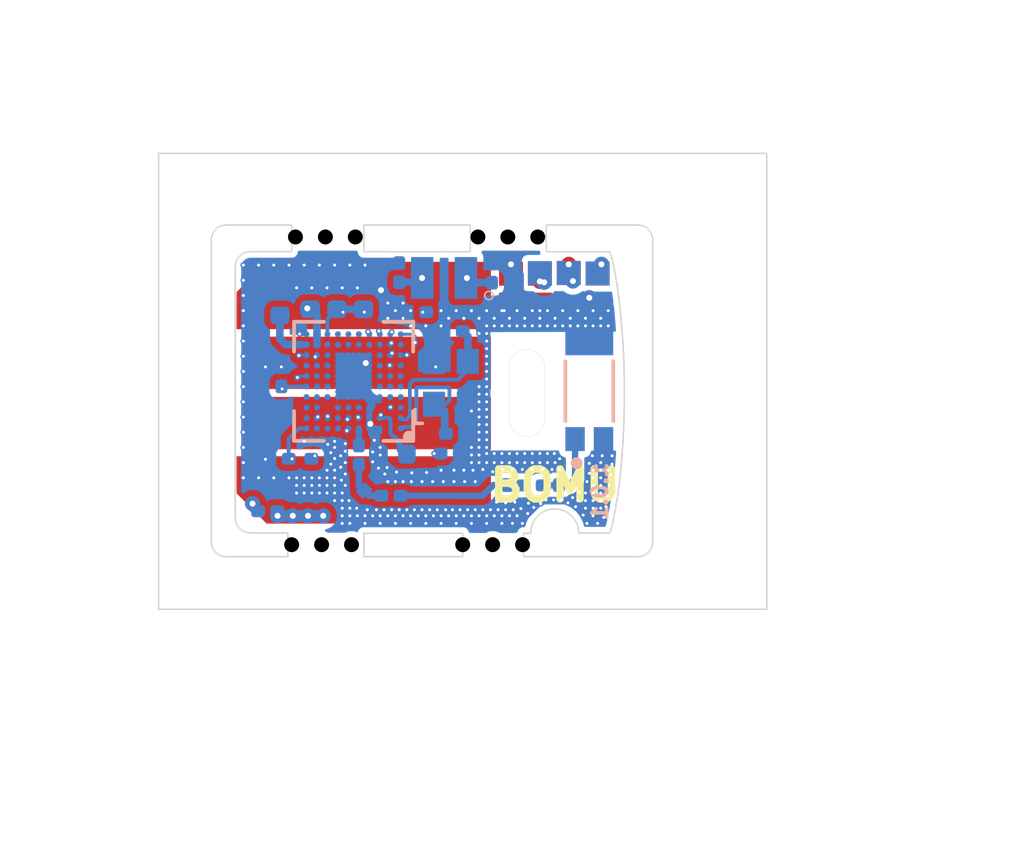
<source format=kicad_pcb>
(kicad_pcb (version 20210126) (generator pcbnew)
  (layers (0 "F.Cu" mixed) (1 "In1.Cu" power "In1.Cu.VDD") (2 "In2.Cu" signal "In2.Cu.SIG1") (3 "In3.Cu" signal "In3.Cu.SIG2") (4 "In4.Cu" power "In4.Cu.GND") (31 "B.Cu" mixed) (34 "B.Paste" user) (35 "F.Paste" user) (36 "B.SilkS" user "B.Silkscreen") (37 "F.SilkS" user "F.Silkscreen") (38 "B.Mask" user) (39 "F.Mask" user) (44 "Edge.Cuts" user))
  (net 0 "")
  (net 1 "GND")
  (net 2 "Net-(ANT1-PadFEED)")
  (net 3 "Net-(C1-Pad1)")
  (net 4 "Net-(C2-Pad1)")
  (net 5 "Net-(C3-Pad1)")
  (net 6 "Net-(C8-Pad1)")
  (net 7 "+5V")
  (net 8 "+3V0")
  (net 9 "Net-(C15-Pad2)")
  (net 10 "/ANT")
  (net 11 "VBUS")
  (net 12 "/SWDCLK")
  (net 13 "/SWDIO")
  (net 14 "/RESET")
  (net 58 "/XTAL_P")
  (net 59 "/XTAL_N")
  (net 60 "/32XTAL_P")
  (net 61 "/32XTAL_N")
  (net 62 "/USB_P")
  (net 63 "/USB_N")
  (net 64 "/P0.04")
  (net 65 "/P0.05")
  (net 66 "Net-(C_RF1-Pad1)")
  (net 67 "/NFC+")
  (net 68 "/NFC-")
  (footprint "bomu-usb-a-insert:USB_A_SOCKET_PCB_INSERT" (layer "F.Cu") (at 136.8552 136.8552)
    (fp_text reference "USB1" hide)
    (fp_text value "DNP" hide)
  )
  (footprint "TestPoint:TestPoint_Pad_D1.0mm" (layer "F.Cu") (at 144.1704 132.87 90)
    (fp_text reference "TP3" hide)
    (fp_text value "DNP" hide)
  )
  (footprint "TestPoint:TestPoint_Pad_D1.0mm" (layer "F.Cu") (at 142.3924 132.87 90)
    (fp_text reference "TP4" hide)
    (fp_text value "DNP" hide)
  )
  (footprint "TestPoint:TestPoint_Pad_D1.0mm" (layer "F.Cu") (at 141.2748 132.87 90)
    (fp_text reference "TP6" hide)
    (fp_text value "DNP" hide)
  )
  (footprint "TestPoint:TestPoint_Pad_D1.0mm" (layer "F.Cu") (at 143.51 132.87 90)
    (fp_text reference "TP5" hide)
    (fp_text value "DNP" hide)
  )
  (footprint "TestPoint:TestPoint_Pad_D1.0mm" (layer "F.Cu") (at 144.1958 133.9342)
    (fp_text reference "TP1" hide)
    (fp_text value "DNP" hide)
  )
  (footprint "TestPoint:TestPoint_Pad_D1.0mm" (layer "F.Cu") (at 141.2748 133.9088)
    (fp_text reference "TP11" hide)
    (fp_text value "DNP" hide)
  )
  (footprint "TestPoint:TestPoint_Pad_D1.0mm" (layer "F.Cu") (at 142.24 133.9088)
    (fp_text reference "TP12" hide)
    (fp_text value "DNP" hide)
  )
  (footprint "mouse_bites:mouse_bites" (layer "F.Cu") (at 133.9469 141.9352)
    (fp_text reference "REF**" hide)
    (fp_text value "mouse_bites" hide)
  )
  (footprint "MountingHole:MountingHole_2.2mm_M2" (layer "F.Cu") (at 148.0439 132.9182)
    (fp_text reference "REF**" hide)
    (fp_text value "MountingHole_2.2mm_M2" hide)
  )
  (footprint "mouse_bites:mouse_bites" (layer "F.Cu") (at 140.1699 131.6482)
    (fp_text reference "REF**" hide)
    (fp_text value "mouse_bites" hide)
  )
  (footprint "mouse_bites:mouse_bites" (layer "F.Cu") (at 139.6619 141.9352)
    (fp_text reference "REF**" hide)
    (fp_text value "mouse_bites" hide)
  )
  (footprint "MountingHole:MountingHole_2.2mm_M2" (layer "F.Cu") (at 148.0439 140.5382)
    (fp_text reference "REF**" hide)
    (fp_text value "MountingHole_2.2mm_M2" hide)
  )
  (footprint "mouse_bites:mouse_bites" (layer "F.Cu") (at 134.0739 131.6482)
    (fp_text reference "REF**" hide)
    (fp_text value "mouse_bites" hide)
  )
  (footprint "Capacitor_SMD:C_0402_1005Metric" (layer "B.Cu") (at 134.5692 133.5786 90)
    (fp_text reference "C9" hide)
    (fp_text value "4.7uF" hide)
  )
  (footprint "Capacitor_SMD:C_0201_0603Metric" (layer "B.Cu") (at 133.5278 139.065 180)
    (fp_text reference "C13" hide)
    (fp_text value "100nF" hide)
  )
  (footprint "Resistor_SMD:R_0201_0603Metric" (layer "B.Cu") (at 133.1468 140.8176 180)
    (fp_text reference "R1" hide)
    (fp_text value "4R7" hide)
  )
  (footprint "Capacitor_SMD:C_0201_0603Metric" (layer "B.Cu") (at 139.3444 134.7978 180)
    (fp_text reference "C5" hide)
    (fp_text value "12pF" hide)
  )
  (footprint "Capacitor_SMD:C_0201_0603Metric" (layer "B.Cu") (at 140.6398 132.857189 90)
    (fp_text reference "C6" hide)
    (fp_text value "6pF" hide)
  )
  (footprint "Capacitor_SMD:C_0201_0603Metric" (layer "B.Cu") (at 137.541 132.842 -90)
    (fp_text reference "C7" hide)
    (fp_text value "6pF" hide)
  )
  (footprint "NRF52840-CKAA-R7:BGA94N35P10X10_360X354X51N" (layer "B.Cu") (at 136.017 136.474201 90)
    (fp_text reference "U1" hide)
    (fp_text value "NRF52840-CKAA-R7" hide)
  )
  (footprint "ABM11-32:OSCCC200X160X59" (layer "B.Cu") (at 139.2682 136.525)
    (fp_text reference "XTAL1" hide)
    (fp_text value "ABM11-32.000MHZ-B7G-T" hide)
  )
  (footprint "Capacitor_SMD:C_0402_1005Metric" (layer "B.Cu") (at 135.4582 133.5786 90)
    (fp_text reference "C10" hide)
    (fp_text value "4.7uF" hide)
  )
  (footprint "ABS06-107-32:XTAL_ABS06-107-32.768KHZ-T" (layer "B.Cu") (at 139.0396 133.0198 180)
    (fp_text reference "XTAL2" hide)
    (fp_text value "ABS06-107-32.768KHZ-T" hide)
  )
  (footprint "Capacitor_SMD:C_0402_1005Metric" (layer "B.Cu") (at 136.3472 133.5786 -90)
    (fp_text reference "C11" hide)
    (fp_text value "1uF" hide)
  )
  (footprint "Capacitor_SMD:C_0201_0603Metric" (layer "B.Cu") (at 134.9248 139.065)
    (fp_text reference "C3" hide)
    (fp_text value "820pF" hide)
  )
  (footprint "Inductor_SMD:L_0201_0603Metric" (layer "B.Cu") (at 136.19226 138.938 90)
    (fp_text reference "L1" hide)
    (fp_text value "3.9nH" hide)
  )
  (footprint "Capacitor_SMD:C_0201_0603Metric" (layer "B.Cu") (at 136.5885 139.90066 45)
    (fp_text reference "C1" hide)
    (fp_text value "1pF" hide)
  )
  (footprint "Capacitor_SMD:C_0201_0603Metric" (layer "B.Cu") (at 138.7602 134.1628)
    (fp_text reference "C2" hide)
    (fp_text value "100nF" hide)
  )
  (footprint "Capacitor_SMD:C_0201_0603Metric" (layer "B.Cu") (at 133.604 136.3218 -90)
    (fp_text reference "C12" hide)
    (fp_text value "100nF" hide)
  )
  (footprint "TestPoint:TestPoint_Pad_D1.0mm" (layer "B.Cu") (at 144.1704 132.87)
    (fp_text reference "TP7" hide)
    (fp_text value "DNP" hide)
  )
  (footprint "TestPoint:TestPoint_Pad_D1.0mm" (layer "B.Cu") (at 144.1958 133.9342)
    (fp_text reference "TP8" hide)
    (fp_text value "DNP" hide)
  )
  (footprint "TestPoint:TestPoint_Pad_D1.0mm" (layer "B.Cu") (at 142.24 132.8547)
    (fp_text reference "TP10" hide)
    (fp_text value "DNP" hide)
  )
  (footprint "TestPoint:TestPoint_Pad_D1.0mm" (layer "B.Cu") (at 143.2052 132.8547)
    (fp_text reference "TP9" hide)
    (fp_text value "DNP" hide)
  )
  (footprint "Inductor_SMD:L_0201_0603Metric" (layer "B.Cu") (at 137.26668 140.296951 180)
    (fp_text reference "L2" hide)
    (fp_text value "4.7nH" hide)
  )
  (footprint "Inductor_SMD:L_0201_0603Metric" (layer "B.Cu") (at 142.0114 139.954 180)
    (fp_text reference "L3" hide)
    (fp_text value "DNP" hide)
  )
  (footprint "Capacitor_SMD:C_0201_0603Metric" (layer "B.Cu") (at 141.1478 139.6238 90)
    (fp_text reference "C_RF1" hide)
    (fp_text value "DNP" hide)
  )
  (footprint "Capacitor_SMD:C_0201_0603Metric" (layer "B.Cu") (at 142.875 139.6238 90)
    (fp_text reference "C_RF2" hide)
    (fp_text value "DNP" hide)
  )
  (footprint "W3008:ANTENNA_W3008" (layer "B.Cu") (at 143.891 136.8044 -90)
    (fp_text reference "ANT1" hide)
    (fp_text value "W3008" hide)
  )
  (footprint "Capacitor_SMD:C_0402_1005Metric" (layer "B.Cu") (at 133.5532 133.7818 90)
    (fp_text reference "C8" hide)
    (fp_text value "4.7uF" hide)
  )
  (footprint "Capacitor_SMD:C_0402_1005Metric" (layer "B.Cu") (at 137.3124 138.9126)
    (fp_text reference "C15" hide)
    (fp_text value "1uF" hide)
  )
  (footprint "Capacitor_SMD:C_0201_0603Metric" (layer "B.Cu") (at 139.2428 138.8872)
    (fp_text reference "C14" hide)
    (fp_text value "100nF" hide)
  )
  (footprint "Capacitor_SMD:C_0201_0603Metric" (layer "B.Cu") (at 139.4206 138.2268 180)
    (fp_text reference "C4" hide)
    (fp_text value "12pF" hide)
  )
  (gr_arc (start 141.806 137.7162) (end 141.206 137.7162) (angle -180) (layer "Edge.Cuts") (width 0.01))
  (gr_arc (start 141.806 136.0162) (end 141.206 136.0162) (angle 180) (layer "Edge.Cuts") (width 0.01))
  (gr_arc (start 142.7368 141.5408) (end 141.9368 141.5408) (angle 180) (layer "Edge.Cuts") (width 0.05))
  (gr_line (start 143.5368 141.5408) (end 144.5618 141.5408) (layer "Edge.Cuts") (width 0.05))
  (gr_arc (start 132.5618 132.6408) (end 132.0618 132.6408) (angle 90) (layer "Edge.Cuts") (width 0.05))
  (gr_line (start 132.0618 132.6408) (end 132.0618 141.0408) (layer "Edge.Cuts") (width 0.05))
  (gr_line (start 145.0618 136.8408) (end 145.0618 136.7108) (layer "Edge.Cuts") (width 0.05))
  (gr_line (start 145.0618 136.7108) (end 145.0618 136.5708) (layer "Edge.Cuts") (width 0.05))
  (gr_line (start 145.0618 136.5708) (end 145.0618 136.4408) (layer "Edge.Cuts") (width 0.05))
  (gr_line (start 145.0618 136.4408) (end 145.0618 136.3008) (layer "Edge.Cuts") (width 0.05))
  (gr_line (start 145.0618 136.3008) (end 145.0518 136.1708) (layer "Edge.Cuts") (width 0.05))
  (gr_line (start 145.0518 136.1708) (end 145.0518 136.0308) (layer "Edge.Cuts") (width 0.05))
  (gr_line (start 145.0518 136.0308) (end 145.0518 135.9008) (layer "Edge.Cuts") (width 0.05))
  (gr_line (start 145.0518 135.9008) (end 145.0418 135.7708) (layer "Edge.Cuts") (width 0.05))
  (gr_line (start 145.0418 135.7708) (end 145.0418 135.6308) (layer "Edge.Cuts") (width 0.05))
  (gr_line (start 145.0418 135.6308) (end 145.0318 135.5008) (layer "Edge.Cuts") (width 0.05))
  (gr_line (start 145.0318 135.5008) (end 145.0218 135.3708) (layer "Edge.Cuts") (width 0.05))
  (gr_line (start 145.0218 135.3708) (end 145.0218 135.2408) (layer "Edge.Cuts") (width 0.05))
  (gr_line (start 145.0218 135.2408) (end 145.0118 135.1108) (layer "Edge.Cuts") (width 0.05))
  (gr_line (start 145.0118 135.1108) (end 145.0018 134.9908) (layer "Edge.Cuts") (width 0.05))
  (gr_line (start 145.0018 134.9908) (end 144.9918 134.8608) (layer "Edge.Cuts") (width 0.05))
  (gr_line (start 144.9918 134.8608) (end 144.9818 134.7408) (layer "Edge.Cuts") (width 0.05))
  (gr_line (start 144.9818 134.7408) (end 144.9718 134.6108) (layer "Edge.Cuts") (width 0.05))
  (gr_line (start 144.9718 134.6108) (end 144.9618 134.4908) (layer "Edge.Cuts") (width 0.05))
  (gr_line (start 144.9618 134.4908) (end 144.9518 134.3708) (layer "Edge.Cuts") (width 0.05))
  (gr_line (start 144.9518 134.3708) (end 144.9418 134.2508) (layer "Edge.Cuts") (width 0.05))
  (gr_line (start 144.9418 134.2508) (end 144.9318 134.1308) (layer "Edge.Cuts") (width 0.05))
  (gr_line (start 144.9318 134.1308) (end 144.9218 134.0108) (layer "Edge.Cuts") (width 0.05))
  (gr_line (start 144.9218 134.0108) (end 144.9018 133.9008) (layer "Edge.Cuts") (width 0.05))
  (gr_line (start 144.9018 133.9008) (end 144.8918 133.7808) (layer "Edge.Cuts") (width 0.05))
  (gr_line (start 144.8918 133.7808) (end 144.8818 133.6708) (layer "Edge.Cuts") (width 0.05))
  (gr_line (start 144.8818 133.6708) (end 144.8618 133.5608) (layer "Edge.Cuts") (width 0.05))
  (gr_line (start 144.8618 133.5608) (end 144.8518 133.4608) (layer "Edge.Cuts") (width 0.05))
  (gr_line (start 144.8518 133.4608) (end 144.8318 133.3508) (layer "Edge.Cuts") (width 0.05))
  (gr_line (start 144.8318 133.3508) (end 144.8218 133.2508) (layer "Edge.Cuts") (width 0.05))
  (gr_line (start 144.8218 133.2508) (end 144.8018 133.1508) (layer "Edge.Cuts") (width 0.05))
  (gr_line (start 144.8018 133.1508) (end 144.7818 133.0508) (layer "Edge.Cuts") (width 0.05))
  (gr_line (start 144.7818 133.0508) (end 144.7718 132.9508) (layer "Edge.Cuts") (width 0.05))
  (gr_line (start 144.7718 132.9508) (end 144.7518 132.8608) (layer "Edge.Cuts") (width 0.05))
  (gr_line (start 144.7518 132.8608) (end 144.7318 132.7608) (layer "Edge.Cuts") (width 0.05))
  (gr_line (start 144.7318 132.7608) (end 144.7118 132.6808) (layer "Edge.Cuts") (width 0.05))
  (gr_line (start 144.7118 132.6808) (end 144.6918 132.5908) (layer "Edge.Cuts") (width 0.05))
  (gr_line (start 144.6918 132.5908) (end 144.6818 132.5008) (layer "Edge.Cuts") (width 0.05))
  (gr_line (start 144.6818 132.5008) (end 144.6618 132.4208) (layer "Edge.Cuts") (width 0.05))
  (gr_line (start 144.6618 132.4208) (end 144.6418 132.3408) (layer "Edge.Cuts") (width 0.05))
  (gr_line (start 144.6418 132.3408) (end 144.6218 132.2708) (layer "Edge.Cuts") (width 0.05))
  (gr_line (start 144.6218 132.2708) (end 144.5918 132.1908) (layer "Edge.Cuts") (width 0.05))
  (gr_line (start 144.5918 132.1908) (end 144.5618 132.1408) (layer "Edge.Cuts") (width 0.05))
  (gr_line (start 144.5618 141.5408) (end 144.5918 141.4908) (layer "Edge.Cuts") (width 0.05))
  (gr_line (start 144.5918 141.4908) (end 144.6218 141.4108) (layer "Edge.Cuts") (width 0.05))
  (gr_line (start 144.6218 141.4108) (end 144.6418 141.3408) (layer "Edge.Cuts") (width 0.05))
  (gr_line (start 144.6418 141.3408) (end 144.6618 141.2608) (layer "Edge.Cuts") (width 0.05))
  (gr_line (start 144.6618 141.2608) (end 144.6818 141.1808) (layer "Edge.Cuts") (width 0.05))
  (gr_line (start 144.6818 141.1808) (end 144.6918 141.0908) (layer "Edge.Cuts") (width 0.05))
  (gr_line (start 144.6918 141.0908) (end 144.7118 141.0008) (layer "Edge.Cuts") (width 0.05))
  (gr_line (start 144.7118 141.0008) (end 144.7318 140.9208) (layer "Edge.Cuts") (width 0.05))
  (gr_line (start 144.7318 140.9208) (end 144.7518 140.8208) (layer "Edge.Cuts") (width 0.05))
  (gr_line (start 144.7518 140.8208) (end 144.7718 140.7308) (layer "Edge.Cuts") (width 0.05))
  (gr_line (start 144.7718 140.7308) (end 144.7818 140.6308) (layer "Edge.Cuts") (width 0.05))
  (gr_line (start 144.7818 140.6308) (end 144.8018 140.5308) (layer "Edge.Cuts") (width 0.05))
  (gr_line (start 144.8018 140.5308) (end 144.8218 140.4308) (layer "Edge.Cuts") (width 0.05))
  (gr_line (start 144.8218 140.4308) (end 144.8318 140.3308) (layer "Edge.Cuts") (width 0.05))
  (gr_line (start 144.8318 140.3308) (end 144.8518 140.2208) (layer "Edge.Cuts") (width 0.05))
  (gr_line (start 144.8518 140.2208) (end 144.8618 140.1208) (layer "Edge.Cuts") (width 0.05))
  (gr_line (start 144.8618 140.1208) (end 144.8818 140.0108) (layer "Edge.Cuts") (width 0.05))
  (gr_line (start 144.8818 140.0108) (end 144.8918 139.9008) (layer "Edge.Cuts") (width 0.05))
  (gr_line (start 144.8918 139.9008) (end 144.9018 139.7808) (layer "Edge.Cuts") (width 0.05))
  (gr_line (start 144.9018 139.7808) (end 144.9218 139.6708) (layer "Edge.Cuts") (width 0.05))
  (gr_line (start 144.9218 139.6708) (end 144.9318 139.5508) (layer "Edge.Cuts") (width 0.05))
  (gr_line (start 144.9318 139.5508) (end 144.9418 139.4308) (layer "Edge.Cuts") (width 0.05))
  (gr_line (start 144.9418 139.4308) (end 144.9518 139.3108) (layer "Edge.Cuts") (width 0.05))
  (gr_line (start 144.9518 139.3108) (end 144.9618 139.1908) (layer "Edge.Cuts") (width 0.05))
  (gr_line (start 144.9618 139.1908) (end 144.9718 139.0708) (layer "Edge.Cuts") (width 0.05))
  (gr_line (start 144.9718 139.0708) (end 144.9818 138.9408) (layer "Edge.Cuts") (width 0.05))
  (gr_line (start 144.9818 138.9408) (end 144.9918 138.8208) (layer "Edge.Cuts") (width 0.05))
  (gr_line (start 144.9918 138.8208) (end 145.0018 138.6908) (layer "Edge.Cuts") (width 0.05))
  (gr_line (start 145.0018 138.6908) (end 145.0118 138.5708) (layer "Edge.Cuts") (width 0.05))
  (gr_line (start 145.0118 138.5708) (end 145.0218 138.4408) (layer "Edge.Cuts") (width 0.05))
  (gr_line (start 145.0218 138.4408) (end 145.0218 138.3108) (layer "Edge.Cuts") (width 0.05))
  (gr_line (start 145.0218 138.3108) (end 145.0318 138.1808) (layer "Edge.Cuts") (width 0.05))
  (gr_line (start 145.0318 138.1808) (end 145.0418 138.0508) (layer "Edge.Cuts") (width 0.05))
  (gr_line (start 145.0418 138.0508) (end 145.0418 137.9108) (layer "Edge.Cuts") (width 0.05))
  (gr_line (start 145.0418 137.9108) (end 145.0518 137.7808) (layer "Edge.Cuts") (width 0.05))
  (gr_line (start 145.0518 137.7808) (end 145.0518 137.6508) (layer "Edge.Cuts") (width 0.05))
  (gr_line (start 145.0518 137.6508) (end 145.0518 137.5108) (layer "Edge.Cuts") (width 0.05))
  (gr_line (start 145.0518 137.5108) (end 145.0618 137.3808) (layer "Edge.Cuts") (width 0.05))
  (gr_line (start 145.0618 137.3808) (end 145.0618 137.2408) (layer "Edge.Cuts") (width 0.05))
  (gr_line (start 145.0618 137.2408) (end 145.0618 137.1108) (layer "Edge.Cuts") (width 0.05))
  (gr_line (start 145.0618 137.1108) (end 145.0618 136.9708) (layer "Edge.Cuts") (width 0.05))
  (gr_line (start 145.0618 136.9708) (end 145.0618 136.8408) (layer "Edge.Cuts") (width 0.05))
  (gr_arc (start 132.5618 141.0408) (end 132.5618 141.5408) (angle 90) (layer "Edge.Cuts") (width 0.05))
  (gr_line (start 142.406 136.0162) (end 142.406 137.7162) (layer "Edge.Cuts") (width 0.01))
  (gr_line (start 141.206 136.0162) (end 141.206 137.7162) (layer "Edge.Cuts") (width 0.01))
  (gr_line (start 131.260444 131.747743) (end 131.260444 141.835657) (layer "Edge.Cuts") (width 0.05))
  (gr_line (start 139.6619 142.335656) (end 139.6619 141.5542) (layer "Edge.Cuts") (width 0.05))
  (gr_line (start 141.6939 142.335656) (end 141.6939 141.5542) (layer "Edge.Cuts") (width 0.05))
  (gr_arc (start 145.511891 131.747753) (end 145.511891 131.247753) (angle 90) (layer "Edge.Cuts") (width 0.05))
  (gr_line (start 149.8219 128.8542) (end 149.8219 144.0942) (layer "Edge.Cuts") (width 0.05))
  (gr_line (start 129.5019 128.8542) (end 149.8219 128.8542) (layer "Edge.Cuts") (width 0.05))
  (gr_line (start 141.6939 142.335656) (end 145.511901 142.335656) (layer "Edge.Cuts") (width 0.05))
  (gr_line (start 136.3599 142.335656) (end 136.3599 141.5542) (layer "Edge.Cuts") (width 0.05))
  (gr_line (start 132.561813 141.540789) (end 133.8199 141.540789) (layer "Edge.Cuts") (width 0.05))
  (gr_line (start 139.9159 131.247744) (end 139.9159 132.140808) (layer "Edge.Cuts") (width 0.05))
  (gr_line (start 129.5019 131.3942) (end 129.5019 144.0942) (layer "Edge.Cuts") (width 0.05))
  (gr_line (start 133.8199 142.335656) (end 133.8199 141.5542) (layer "Edge.Cuts") (width 0.05))
  (gr_line (start 133.9469 131.247744) (end 133.9469 132.140808) (layer "Edge.Cuts") (width 0.05))
  (gr_arc (start 131.760453 131.747753) (end 131.260453 131.747753) (angle 90) (layer "Edge.Cuts") (width 0.05))
  (gr_line (start 142.4559 131.247744) (end 142.4559 132.140808) (layer "Edge.Cuts") (width 0.05))
  (gr_line (start 145.511901 131.247744) (end 142.4559 131.247744) (layer "Edge.Cuts") (width 0.05))
  (gr_arc (start 131.760453 141.835647) (end 131.760453 142.335647) (angle 90) (layer "Edge.Cuts") (width 0.05))
  (gr_line (start 136.3599 132.140808) (end 139.9159 132.140808) (layer "Edge.Cuts") (width 0.05))
  (gr_line (start 131.760443 142.335656) (end 133.8199 142.335656) (layer "Edge.Cuts") (width 0.05))
  (gr_line (start 129.5019 131.3942) (end 129.5019 128.8542) (layer "Edge.Cuts") (width 0.05))
  (gr_line (start 142.4559 132.140808) (end 144.561789 132.140808) (layer "Edge.Cuts") (width 0.05))
  (gr_line (start 141.6939 141.5542) (end 141.9368 141.5542) (layer "Edge.Cuts") (width 0.05))
  (gr_line (start 136.3599 141.5542) (end 139.6619 141.5542) (layer "Edge.Cuts") (width 0.05))
  (gr_arc (start 145.511891 141.835647) (end 146.011892 141.835647) (angle 90) (layer "Edge.Cuts") (width 0.05))
  (gr_line (start 131.760443 131.247744) (end 133.9469 131.247744) (layer "Edge.Cuts") (width 0.05))
  (gr_line (start 132.561813 132.140808) (end 133.9469 132.140808) (layer "Edge.Cuts") (width 0.05))
  (gr_line (start 146.0119 141.835657) (end 146.0119 131.747743) (layer "Edge.Cuts") (width 0.05))
  (gr_line (start 136.3599 131.247744) (end 139.9159 131.247744) (layer "Edge.Cuts") (width 0.05))
  (gr_line (start 149.8219 144.0942) (end 129.5019 144.0942) (layer "Edge.Cuts") (width 0.05))
  (gr_line (start 136.3599 131.247744) (end 136.3599 132.140808) (layer "Edge.Cuts") (width 0.05))
  (gr_line (start 136.3599 142.335656) (end 139.6619 142.335656) (layer "Edge.Cuts") (width 0.05))
  (gr_text "1.0.1" (at 144.2466 140.1572 90) (layer "B.SilkS") (effects (font (size 0.5 0.5) (thickness 0.12)) (justify mirror)))
  (gr_text "BOMU" (at 142.748 139.954) (layer "F.SilkS") (effects (font (size 1 1) (thickness 0.25))))
  (segment (start 144.145 133.9342) (end 143.891 133.6802) (width 0.254) (layer "F.Cu") (net 1))
  (segment (start 144.1958 133.9342) (end 144.145 133.9342) (width 0.254) (layer "F.Cu") (net 1))
  (segment (start 136.8552 133.5024) (end 136.9314 133.4262) (width 0.254) (layer "F.Cu") (net 1))
  (segment (start 136.8552 133.6052) (end 136.8552 133.5024) (width 0.254) (layer "F.Cu") (net 1))
  (via (at 143.891 133.6802) (size 0.508) (drill 0.2) (layers "F.Cu" "B.Cu") (net 1))
  (via (at 136.9314 133.4262) (size 0.508) (drill 0.2) (layers "F.Cu" "B.Cu") (net 1))
  (via micro (at 133.0706 139.08024) (size 0.2) (drill 0.1) (layers "In4.Cu" "B.Cu") (net 1))
  (via micro (at 135.382 139.05484) (size 0.2) (drill 0.1) (layers "In4.Cu" "B.Cu") (net 1))
  (via micro (at 138.7602 135.9916) (size 0.2) (drill 0.1) (layers "In4.Cu" "B.Cu") (net 1))
  (via micro (at 139.954 137.4648) (size 0.2) (drill 0.1) (layers "In4.Cu" "B.Cu") (net 1))
  (via micro (at 134.2136 134.88924) (size 0.2) (drill 0.1) (layers "In4.Cu" "B.Cu") (net 1))
  (via micro (at 135.7376 138.557) (size 0.2) (drill 0.1) (layers "In4.Cu" "B.Cu") (net 1))
  (via micro (at 136.7092 138.4442) (size 0.2) (drill 0.1) (layers "In4.Cu" "B.Cu") (net 1))
  (via micro (at 136.652 138.8364) (size 0.2) (drill 0.1) (layers "In4.Cu" "B.Cu") (net 1))
  (via micro (at 136.848818 139.376182) (size 0.2) (drill 0.1) (layers "In4.Cu" "B.Cu") (net 1))
  (via micro (at 137.414 139.827) (size 0.2) (drill 0.1) (layers "In4.Cu" "B.Cu") (net 1))
  (via micro (at 136.652 139.1666) (size 0.2) (drill 0.1) (layers "In4.Cu" "B.Cu") (net 1))
  (via micro (at 138.303 139.827) (size 0.2) (drill 0.1) (layers "In4.Cu" "B.Cu") (net 1))
  (via micro (at 137.9474 139.827) (size 0.2) (drill 0.1) (layers "In4.Cu" "B.Cu") (net 1))
  (via micro (at 139.0142 139.827) (size 0.2) (drill 0.1) (layers "In4.Cu" "B.Cu") (net 1))
  (via micro (at 137.668 139.827) (size 0.2) (drill 0.1) (layers "In4.Cu" "B.Cu") (net 1))
  (via micro (at 138.6586 139.827) (size 0.2) (drill 0.1) (layers "In4.Cu" "B.Cu") (net 1))
  (via micro (at 137.0584 139.573) (size 0.2) (drill 0.1) (layers "In4.Cu" "B.Cu") (net 1))
  (via micro (at 139.3698 139.827) (size 0.2) (drill 0.1) (layers "In4.Cu" "B.Cu") (net 1))
  (via micro (at 139.7254 139.827) (size 0.2) (drill 0.1) (layers "In4.Cu" "B.Cu") (net 1))
  (via micro (at 140.335 139.4206) (size 0.2) (drill 0.1) (layers "In4.Cu" "B.Cu") (net 1))
  (via micro (at 140.0048 139.446) (size 0.2) (drill 0.1) (layers "In4.Cu" "B.Cu") (net 1))
  (via micro (at 140.9954 139.4206) (size 0.2) (drill 0.1) (layers "In4.Cu" "B.Cu") (net 1))
  (via micro (at 144.653 139.2428) (size 0.2) (drill 0.1) (layers "In4.Cu" "B.Cu") (net 1))
  (via micro (at 144.6022 139.5984) (size 0.2) (drill 0.1) (layers "In4.Cu" "B.Cu") (net 1))
  (via micro (at 144.5514 139.954) (size 0.2) (drill 0.1) (layers "In4.Cu" "B.Cu") (net 1))
  (via micro (at 144.5006 140.3096) (size 0.2) (drill 0.1) (layers "In4.Cu" "B.Cu") (net 1))
  (via micro (at 144.4498 140.6652) (size 0.2) (drill 0.1) (layers "In4.Cu" "B.Cu") (net 1))
  (via micro (at 144.3736 141.0208) (size 0.2) (drill 0.1) (layers "In4.Cu" "B.Cu") (net 1))
  (via micro (at 144.1704 141.224) (size 0.2) (drill 0.1) (layers "In4.Cu" "B.Cu") (net 1))
  (via micro (at 143.8148 141.224) (size 0.2) (drill 0.1) (layers "In4.Cu" "B.Cu") (net 1))
  (via micro (at 143.6878 140.9446) (size 0.2) (drill 0.1) (layers "In4.Cu" "B.Cu") (net 1))
  (via micro (at 143.4338 140.6652) (size 0.2) (drill 0.1) (layers "In4.Cu" "B.Cu") (net 1))
  (via micro (at 141.3256 139.4206) (size 0.2) (drill 0.1) (layers "In4.Cu" "B.Cu") (net 1))
  (via micro (at 141.6558 139.4206) (size 0.2) (drill 0.1) (layers "In4.Cu" "B.Cu") (net 1))
  (via micro (at 141.986 139.4206) (size 0.2) (drill 0.1) (layers "In4.Cu" "B.Cu") (net 1))
  (via micro (at 142.3162 139.4206) (size 0.2) (drill 0.1) (layers "In4.Cu" "B.Cu") (net 1))
  (via micro (at 142.6464 139.4206) (size 0.2) (drill 0.1) (layers "In4.Cu" "B.Cu") (net 1))
  (via micro (at 142.9004 139.4206) (size 0.2) (drill 0.1) (layers "In4.Cu" "B.Cu") (net 1))
  (via micro (at 142.9004 139.065) (size 0.2) (drill 0.1) (layers "In4.Cu" "B.Cu") (net 1))
  (via micro (at 142.7226 138.8872) (size 0.2) (drill 0.1) (layers "In4.Cu" "B.Cu") (net 1))
  (via micro (at 142.6972 140.4366) (size 0.2) (drill 0.1) (layers "In4.Cu" "B.Cu") (net 1))
  (via micro (at 143.3322 140.3604) (size 0.2) (drill 0.1) (layers "In4.Cu" "B.Cu") (net 1))
  (via micro (at 143.5608 140.1826) (size 0.2) (drill 0.1) (layers "In4.Cu" "B.Cu") (net 1))
  (via micro (at 143.8148 139.827) (size 0.2) (drill 0.1) (layers "In4.Cu" "B.Cu") (net 1))
  (via micro (at 143.891 139.5476) (size 0.2) (drill 0.1) (layers "In4.Cu" "B.Cu") (net 1))
  (via micro (at 143.891 139.2174) (size 0.2) (drill 0.1) (layers "In4.Cu" "B.Cu") (net 1))
  (via micro (at 143.9926 138.9634) (size 0.2) (drill 0.1) (layers "In4.Cu" "B.Cu") (net 1))
  (via micro (at 144.3228 138.9634) (size 0.2) (drill 0.1) (layers "In4.Cu" "B.Cu") (net 1))
  (via micro (at 144.653 138.9634) (size 0.2) (drill 0.1) (layers "In4.Cu" "B.Cu") (net 1))
  (via micro (at 142.0368 140.6906) (size 0.2) (drill 0.1) (layers "In4.Cu" "B.Cu") (net 1))
  (via micro (at 142.4432 140.4366) (size 0.2) (drill 0.1) (layers "In4.Cu" "B.Cu") (net 1))
  (via micro (at 142.9512 140.4366) (size 0.2) (drill 0.1) (layers "In4.Cu" "B.Cu") (net 1))
  (via micro (at 143.1798 140.5382) (size 0.2) (drill 0.1) (layers "In4.Cu" "B.Cu") (net 1))
  (via micro (at 142.2654 140.5636) (size 0.2) (drill 0.1) (layers "In4.Cu" "B.Cu") (net 1))
  (via micro (at 141.8336 140.8938) (size 0.2) (drill 0.1) (layers "In4.Cu" "B.Cu") (net 1))
  (via micro (at 141.6558 141.224) (size 0.2) (drill 0.1) (layers "In4.Cu" "B.Cu") (net 1))
  (via micro (at 141.3256 141.224) (size 0.2) (drill 0.1) (layers "In4.Cu" "B.Cu") (net 1))
  (via micro (at 140.97 141.224) (size 0.2) (drill 0.1) (layers "In4.Cu" "B.Cu") (net 1))
  (via micro (at 140.462 141.224) (size 0.2) (drill 0.1) (layers "In4.Cu" "B.Cu") (net 1))
  (via micro (at 139.954 141.224) (size 0.2) (drill 0.1) (layers "In4.Cu" "B.Cu") (net 1))
  (via micro (at 139.446 141.224) (size 0.2) (drill 0.1) (layers "In4.Cu" "B.Cu") (net 1))
  (via micro (at 138.938 141.224) (size 0.2) (drill 0.1) (layers "In4.Cu" "B.Cu") (net 1))
  (via micro (at 138.43 141.224) (size 0.2) (drill 0.1) (layers "In4.Cu" "B.Cu") (net 1))
  (via micro (at 137.922 141.224) (size 0.2) (drill 0.1) (layers "In4.Cu" "B.Cu") (net 1))
  (via micro (at 137.414 141.224) (size 0.2) (drill 0.1) (layers "In4.Cu" "B.Cu") (net 1))
  (via micro (at 136.906 141.224) (size 0.2) (drill 0.1) (layers "In4.Cu" "B.Cu") (net 1))
  (via micro (at 136.398 141.224) (size 0.2) (drill 0.1) (layers "In4.Cu" "B.Cu") (net 1))
  (via micro (at 135.89 141.224) (size 0.2) (drill 0.1) (layers "In4.Cu" "B.Cu") (net 1))
  (via micro (at 135.636 141.224) (size 0.2) (drill 0.1) (layers "In4.Cu" "B.Cu") (net 1))
  (via micro (at 135.636 140.97) (size 0.2) (drill 0.1) (layers "In4.Cu" "B.Cu") (net 1))
  (via micro (at 135.636 140.716) (size 0.2) (drill 0.1) (layers "In4.Cu" "B.Cu") (net 1))
  (via micro (at 135.382 140.462) (size 0.2) (drill 0.1) (layers "In4.Cu" "B.Cu") (net 1))
  (via micro (at 135.128 140.208) (size 0.2) (drill 0.1) (layers "In4.Cu" "B.Cu") (net 1))
  (via micro (at 134.874 140.208) (size 0.2) (drill 0.1) (layers "In4.Cu" "B.Cu") (net 1))
  (via micro (at 134.62 140.208) (size 0.2) (drill 0.1) (layers "In4.Cu" "B.Cu") (net 1))
  (via micro (at 134.366 140.208) (size 0.2) (drill 0.1) (layers "In4.Cu" "B.Cu") (net 1))
  (via micro (at 134.112 140.208) (size 0.2) (drill 0.1) (layers "In4.Cu" "B.Cu") (net 1))
  (via micro (at 134.112 139.954) (size 0.2) (drill 0.1) (layers "In4.Cu" "B.Cu") (net 1))
  (via micro (at 135.382 138.4808) (size 0.2) (drill 0.1) (layers "In4.Cu" "B.Cu") (net 1))
  (via micro (at 134.366 138.4808) (size 0.2) (drill 0.1) (layers "In4.Cu" "B.Cu") (net 1))
  (via micro (at 134.112 139.7) (size 0.2) (drill 0.1) (layers "In4.Cu" "B.Cu") (net 1))
  (via micro (at 134.366 139.7) (size 0.2) (drill 0.1) (layers "In4.Cu" "B.Cu") (net 1))
  (via micro (at 134.62 139.7) (size 0.2) (drill 0.1) (layers "In4.Cu" "B.Cu") (net 1))
  (via micro (at 134.874 139.7) (size 0.2) (drill 0.1) (layers "In4.Cu" "B.Cu") (net 1))
  (via micro (at 135.128 139.446) (size 0.2) (drill 0.1) (layers "In4.Cu" "B.Cu") (net 1))
  (via micro (at 136.652 140.97) (size 0.2) (drill 0.1) (layers "In4.Cu" "B.Cu") (net 1))
  (via micro (at 134.874 139.954) (size 0.2) (drill 0.1) (layers "In4.Cu" "B.Cu") (net 1))
  (via micro (at 134.366 139.954) (size 0.2) (drill 0.1) (layers "In4.Cu" "B.Cu") (net 1))
  (via micro (at 136.398 140.97) (size 0.2) (drill 0.1) (layers "In4.Cu" "B.Cu") (net 1))
  (via micro (at 136.144 140.97) (size 0.2) (drill 0.1) (layers "In4.Cu" "B.Cu") (net 1))
  (via micro (at 135.89 140.97) (size 0.2) (drill 0.1) (layers "In4.Cu" "B.Cu") (net 1))
  (via micro (at 134.62 139.954) (size 0.2) (drill 0.1) (layers "In4.Cu" "B.Cu") (net 1))
  (via micro (at 136.906 140.97) (size 0.2) (drill 0.1) (layers "In4.Cu" "B.Cu") (net 1))
  (via micro (at 137.414 140.97) (size 0.2) (drill 0.1) (layers "In4.Cu" "B.Cu") (net 1))
  (via micro (at 137.922 140.97) (size 0.2) (drill 0.1) (layers "In4.Cu" "B.Cu") (net 1))
  (via micro (at 138.43 140.97) (size 0.2) (drill 0.1) (layers "In4.Cu" "B.Cu") (net 1))
  (via micro (at 138.938 140.97) (size 0.2) (drill 0.1) (layers "In4.Cu" "B.Cu") (net 1))
  (via micro (at 139.446 140.97) (size 0.2) (drill 0.1) (layers "In4.Cu" "B.Cu") (net 1))
  (via micro (at 139.954 140.97) (size 0.2) (drill 0.1) (layers "In4.Cu" "B.Cu") (net 1))
  (via micro (at 140.462 140.97) (size 0.2) (drill 0.1) (layers "In4.Cu" "B.Cu") (net 1))
  (via micro (at 140.97 140.97) (size 0.2) (drill 0.1) (layers "In4.Cu" "B.Cu") (net 1))
  (via micro (at 141.478 140.97) (size 0.2) (drill 0.1) (layers "In4.Cu" "B.Cu") (net 1))
  (via micro (at 137.16 140.97) (size 0.2) (drill 0.1) (layers "In4.Cu" "B.Cu") (net 1))
  (via micro (at 137.668 140.97) (size 0.2) (drill 0.1) (layers "In4.Cu" "B.Cu") (net 1))
  (via micro (at 138.176 140.97) (size 0.2) (drill 0.1) (layers "In4.Cu" "B.Cu") (net 1))
  (via micro (at 138.684 140.97) (size 0.2) (drill 0.1) (layers "In4.Cu" "B.Cu") (net 1))
  (via micro (at 139.192 140.97) (size 0.2) (drill 0.1) (layers "In4.Cu" "B.Cu") (net 1))
  (via micro (at 139.7 140.97) (size 0.2) (drill 0.1) (layers "In4.Cu" "B.Cu") (net 1))
  (via micro (at 140.208 140.97) (size 0.2) (drill 0.1) (layers "In4.Cu" "B.Cu") (net 1))
  (via micro (at 140.716 140.97) (size 0.2) (drill 0.1) (layers "In4.Cu" "B.Cu") (net 1))
  (via micro (at 141.224 140.97) (size 0.2) (drill 0.1) (layers "In4.Cu" "B.Cu") (net 1))
  (via micro (at 144.018 140.97) (size 0.2) (drill 0.1) (layers "In4.Cu" "B.Cu") (net 1))
  (via micro (at 144.018 140.462) (size 0.2) (drill 0.1) (layers "In4.Cu" "B.Cu") (net 1))
  (via micro (at 144.018 139.954) (size 0.2) (drill 0.1) (layers "In4.Cu" "B.Cu") (net 1))
  (via micro (at 144.018 140.208) (size 0.2) (drill 0.1) (layers "In4.Cu" "B.Cu") (net 1))
  (via micro (at 144.018 140.716) (size 0.2) (drill 0.1) (layers "In4.Cu" "B.Cu") (net 1))
  (via micro (at 144.018 139.7) (size 0.2) (drill 0.1) (layers "In4.Cu" "B.Cu") (net 1))
  (via micro (at 144.272 139.7) (size 0.2) (drill 0.1) (layers "In4.Cu" "B.Cu") (net 1))
  (via micro (at 144.272 139.446) (size 0.2) (drill 0.1) (layers "In4.Cu" "B.Cu") (net 1))
  (via micro (at 144.018 139.446) (size 0.2) (drill 0.1) (layers "In4.Cu" "B.Cu") (net 1))
  (via micro (at 144.272 139.192) (size 0.2) (drill 0.1) (layers "In4.Cu" "B.Cu") (net 1))
  (via micro (at 144.526 139.446) (size 0.2) (drill 0.1) (layers "In4.Cu" "B.Cu") (net 1))
  (via micro (at 144.272 139.954) (size 0.2) (drill 0.1) (layers "In4.Cu" "B.Cu") (net 1))
  (via micro (at 144.272 140.208) (size 0.2) (drill 0.1) (layers "In4.Cu" "B.Cu") (net 1))
  (via micro (at 144.272 140.462) (size 0.2) (drill 0.1) (layers "In4.Cu" "B.Cu") (net 1))
  (via micro (at 144.272 140.716) (size 0.2) (drill 0.1) (layers "In4.Cu" "B.Cu") (net 1))
  (via micro (at 143.764 140.716) (size 0.2) (drill 0.1) (layers "In4.Cu" "B.Cu") (net 1))
  (via micro (at 143.764 140.462) (size 0.2) (drill 0.1) (layers "In4.Cu" "B.Cu") (net 1))
  (via micro (at 143.764 140.208) (size 0.2) (drill 0.1) (layers "In4.Cu" "B.Cu") (net 1))
  (via micro (at 143.51 140.462) (size 0.2) (drill 0.1) (layers "In4.Cu" "B.Cu") (net 1))
  (via micro (at 141.605 140.7287) (size 0.2) (drill 0.1) (layers "In4.Cu" "B.Cu") (net 1))
  (via micro (at 135.382 139.446) (size 0.2) (drill 0.1) (layers "In4.Cu" "B.Cu") (net 1))
  (via micro (at 135.382 138.684) (size 0.2) (drill 0.1) (layers "In4.Cu" "B.Cu") (net 1))
  (via micro (at 141.732 138.8872) (size 0.2) (drill 0.1) (layers "In4.Cu" "B.Cu") (net 1))
  (via micro (at 141.224 138.8872) (size 0.2) (drill 0.1) (layers "In4.Cu" "B.Cu") (net 1))
  (via micro (at 140.716 138.8872) (size 0.2) (drill 0.1) (layers "In4.Cu" "B.Cu") (net 1))
  (via micro (at 140.462 138.8872) (size 0.2) (drill 0.1) (layers "In4.Cu" "B.Cu") (net 1))
  (via micro (at 140.97 138.8872) (size 0.2) (drill 0.1) (layers "In4.Cu" "B.Cu") (net 1))
  (via micro (at 141.478 138.8872) (size 0.2) (drill 0.1) (layers "In4.Cu" "B.Cu") (net 1))
  (via micro (at 141.986 138.8872) (size 0.2) (drill 0.1) (layers "In4.Cu" "B.Cu") (net 1))
  (via micro (at 142.24 138.8872) (size 0.2) (drill 0.1) (layers "In4.Cu" "B.Cu") (net 1))
  (via micro (at 142.494 138.8872) (size 0.2) (drill 0.1) (layers "In4.Cu" "B.Cu") (net 1))
  (via micro (at 140.462 138.43) (size 0.2) (drill 0.1) (layers "In4.Cu" "B.Cu") (net 1))
  (via micro (at 140.462 137.922) (size 0.2) (drill 0.1) (layers "In4.Cu" "B.Cu") (net 1))
  (via micro (at 140.462 137.414) (size 0.2) (drill 0.1) (layers "In4.Cu" "B.Cu") (net 1))
  (via micro (at 140.462 136.906) (size 0.2) (drill 0.1) (layers "In4.Cu" "B.Cu") (net 1))
  (via micro (at 140.462 136.398) (size 0.2) (drill 0.1) (layers "In4.Cu" "B.Cu") (net 1))
  (via micro (at 140.462 135.89) (size 0.2) (drill 0.1) (layers "In4.Cu" "B.Cu") (net 1))
  (via micro (at 140.462 135.382) (size 0.2) (drill 0.1) (layers "In4.Cu" "B.Cu") (net 1))
  (via micro (at 140.462 134.874) (size 0.2) (drill 0.1) (layers "In4.Cu" "B.Cu") (net 1))
  (via micro (at 140.716 134.62) (size 0.2) (drill 0.1) (layers "In4.Cu" "B.Cu") (net 1))
  (via micro (at 140.97 134.62) (size 0.2) (drill 0.1) (layers "In4.Cu" "B.Cu") (net 1))
  (via micro (at 141.478 134.62) (size 0.2) (drill 0.1) (layers "In4.Cu" "B.Cu") (net 1))
  (via micro (at 141.732 134.62) (size 0.2) (drill 0.1) (layers "In4.Cu" "B.Cu") (net 1))
  (via micro (at 141.986 134.62) (size 0.2) (drill 0.1) (layers "In4.Cu" "B.Cu") (net 1))
  (via micro (at 142.24 134.62) (size 0.2) (drill 0.1) (layers "In4.Cu" "B.Cu") (net 1))
  (via micro (at 142.494 134.62) (size 0.2) (drill 0.1) (layers "In4.Cu" "B.Cu") (net 1))
  (via micro (at 142.748 134.62) (size 0.2) (drill 0.1) (layers "In4.Cu" "B.Cu") (net 1))
  (via micro (at 143.002 134.62) (size 0.2) (drill 0.1) (layers "In4.Cu" "B.Cu") (net 1))
  (via micro (at 140.462 135.128) (size 0.2) (drill 0.1) (layers "In4.Cu" "B.Cu") (net 1))
  (via micro (at 140.462 135.636) (size 0.2) (drill 0.1) (layers "In4.Cu" "B.Cu") (net 1))
  (via micro (at 140.462 136.144) (size 0.2) (drill 0.1) (layers "In4.Cu" "B.Cu") (net 1))
  (via micro (at 140.462 136.652) (size 0.2) (drill 0.1) (layers "In4.Cu" "B.Cu") (net 1))
  (via micro (at 140.462 137.16) (size 0.2) (drill 0.1) (layers "In4.Cu" "B.Cu") (net 1))
  (via micro (at 140.462 137.668) (size 0.2) (drill 0.1) (layers "In4.Cu" "B.Cu") (net 1))
  (via micro (at 140.462 138.176) (size 0.2) (drill 0.1) (layers "In4.Cu" "B.Cu") (net 1))
  (via micro (at 140.462 138.684) (size 0.2) (drill 0.1) (layers "In4.Cu" "B.Cu") (net 1))
  (via micro (at 140.462 134.62) (size 0.2) (drill 0.1) (layers "In4.Cu" "B.Cu") (net 1))
  (via micro (at 143.256 134.62) (size 0.2) (drill 0.1) (layers "In4.Cu" "B.Cu") (net 1))
  (via micro (at 143.51 134.62) (size 0.2) (drill 0.1) (layers "In4.Cu" "B.Cu") (net 1))
  (via micro (at 143.764 134.62) (size 0.2) (drill 0.1) (layers "In4.Cu" "B.Cu") (net 1))
  (via micro (at 144.018 134.62) (size 0.2) (drill 0.1) (layers "In4.Cu" "B.Cu") (net 1))
  (via micro (at 144.272 134.62) (size 0.2) (drill 0.1) (layers "In4.Cu" "B.Cu") (net 1))
  (via micro (at 144.526 134.62) (size 0.2) (drill 0.1) (layers "In4.Cu" "B.Cu") (net 1))
  (via micro (at 142.494 139.192) (size 0.2) (drill 0.1) (layers "In4.Cu" "B.Cu") (net 1))
  (via micro (at 141.986 139.192) (size 0.2) (drill 0.1) (layers "In4.Cu" "B.Cu") (net 1))
  (via micro (at 141.478 139.192) (size 0.2) (drill 0.1) (layers "In4.Cu" "B.Cu") (net 1))
  (via micro (at 140.97 139.192) (size 0.2) (drill 0.1) (layers "In4.Cu" "B.Cu") (net 1))
  (via micro (at 140.462 139.192) (size 0.2) (drill 0.1) (layers "In4.Cu" "B.Cu") (net 1))
  (via micro (at 140.462 134.112) (size 0.2) (drill 0.1) (layers "In4.Cu" "B.Cu") (net 1))
  (via micro (at 140.97 134.112) (size 0.2) (drill 0.1) (layers "In4.Cu" "B.Cu") (net 1))
  (via micro (at 141.478 134.112) (size 0.2) (drill 0.1) (layers "In4.Cu" "B.Cu") (net 1))
  (via micro (at 141.986 134.112) (size 0.2) (drill 0.1) (layers "In4.Cu" "B.Cu") (net 1))
  (via micro (at 142.494 134.112) (size 0.2) (drill 0.1) (layers "In4.Cu" "B.Cu") (net 1))
  (via micro (at 143.002 134.112) (size 0.2) (drill 0.1) (layers "In4.Cu" "B.Cu") (net 1))
  (via micro (at 143.51 134.112) (size 0.2) (drill 0.1) (layers "In4.Cu" "B.Cu") (net 1))
  (via micro (at 144.018 134.112) (size 0.2) (drill 0.1) (layers "In4.Cu" "B.Cu") (net 1))
  (via micro (at 144.526 134.112) (size 0.2) (drill 0.1) (layers "In4.Cu" "B.Cu") (net 1))
  (via micro (at 144.272 134.366) (size 0.2) (drill 0.1) (layers "In4.Cu" "B.Cu") (net 1))
  (via micro (at 143.764 134.366) (size 0.2) (drill 0.1) (layers "In4.Cu" "B.Cu") (net 1))
  (via micro (at 143.256 134.366) (size 0.2) (drill 0.1) (layers "In4.Cu" "B.Cu") (net 1))
  (via micro (at 142.24 134.366) (size 0.2) (drill 0.1) (layers "In4.Cu" "B.Cu") (net 1))
  (via micro (at 141.732 134.366) (size 0.2) (drill 0.1) (layers "In4.Cu" "B.Cu") (net 1))
  (via micro (at 141.224 134.366) (size 0.2) (drill 0.1) (layers "In4.Cu" "B.Cu") (net 1))
  (via micro (at 141.224 134.62) (size 0.2) (drill 0.1) (layers "In4.Cu" "B.Cu") (net 1))
  (via micro (at 140.716 134.366) (size 0.2) (drill 0.1) (layers "In4.Cu" "B.Cu") (net 1))
  (via micro (at 140.208 134.366) (size 0.2) (drill 0.1) (layers "In4.Cu" "B.Cu") (net 1))
  (via micro (at 140.208 134.874) (size 0.2) (drill 0.1) (layers "In4.Cu" "B.Cu") (net 1))
  (via micro (at 133.858 139.7) (size 0.2) (drill 0.1) (layers "In4.Cu" "B.Cu") (net 1))
  (via micro (at 133.35 139.7) (size 0.2) (drill 0.1) (layers "In4.Cu" "B.Cu") (net 1))
  (via micro (at 132.842 139.7) (size 0.2) (drill 0.1) (layers "In4.Cu" "B.Cu") (net 1))
  (via micro (at 132.334 139.7) (size 0.2) (drill 0.1) (layers "In4.Cu" "B.Cu") (net 1))
  (via micro (at 132.334 139.192) (size 0.2) (drill 0.1) (layers "In4.Cu" "B.Cu") (net 1))
  (via micro (at 132.334 138.684) (size 0.2) (drill 0.1) (layers "In4.Cu" "B.Cu") (net 1))
  (via micro (at 132.334 138.176) (size 0.2) (drill 0.1) (layers "In4.Cu" "B.Cu") (net 1))
  (via micro (at 132.334 137.668) (size 0.2) (drill 0.1) (layers "In4.Cu" "B.Cu") (net 1))
  (via micro (at 132.334 137.16) (size 0.2) (drill 0.1) (layers "In4.Cu" "B.Cu") (net 1))
  (via micro (at 132.334 136.652) (size 0.2) (drill 0.1) (layers "In4.Cu" "B.Cu") (net 1))
  (via micro (at 132.334 136.144) (size 0.2) (drill 0.1) (layers "In4.Cu" "B.Cu") (net 1))
  (via micro (at 132.334 135.636) (size 0.2) (drill 0.1) (layers "In4.Cu" "B.Cu") (net 1))
  (via micro (at 132.334 135.128) (size 0.2) (drill 0.1) (layers "In4.Cu" "B.Cu") (net 1))
  (via micro (at 132.334 134.62) (size 0.2) (drill 0.1) (layers "In4.Cu" "B.Cu") (net 1))
  (via micro (at 132.334 134.112) (size 0.2) (drill 0.1) (layers "In4.Cu" "B.Cu") (net 1))
  (via micro (at 132.334 133.604) (size 0.2) (drill 0.1) (layers "In4.Cu" "B.Cu") (net 1))
  (via micro (at 132.334 133.096) (size 0.2) (drill 0.1) (layers "In4.Cu" "B.Cu") (net 1))
  (via micro (at 132.334 132.588) (size 0.2) (drill 0.1) (layers "In4.Cu" "B.Cu") (net 1))
  (via micro (at 132.842 132.588) (size 0.2) (drill 0.1) (layers "In4.Cu" "B.Cu") (net 1))
  (via micro (at 133.35 132.588) (size 0.2) (drill 0.1) (layers "In4.Cu" "B.Cu") (net 1))
  (via micro (at 133.858 132.588) (size 0.2) (drill 0.1) (layers "In4.Cu" "B.Cu") (net 1))
  (via micro (at 134.366 132.588) (size 0.2) (drill 0.1) (layers "In4.Cu" "B.Cu") (net 1))
  (via micro (at 134.874 132.588) (size 0.2) (drill 0.1) (layers "In4.Cu" "B.Cu") (net 1))
  (via micro (at 135.382 132.588) (size 0.2) (drill 0.1) (layers "In4.Cu" "B.Cu") (net 1))
  (via micro (at 135.89 132.588) (size 0.2) (drill 0.1) (layers "In4.Cu" "B.Cu") (net 1))
  (via micro (at 136.398 132.588) (size 0.2) (drill 0.1) (layers "In4.Cu" "B.Cu") (net 1))
  (via micro (at 139.3698 139.446) (size 0.2) (drill 0.1) (layers "In4.Cu" "B.Cu") (net 1))
  (via micro (at 139.7 139.446) (size 0.2) (drill 0.1) (layers "In4.Cu" "B.Cu") (net 1))
  (via micro (at 139.954 138.684) (size 0.2) (drill 0.1) (layers "In4.Cu" "B.Cu") (net 1))
  (via micro (at 139.954 138.938) (size 0.2) (drill 0.1) (layers "In4.Cu" "B.Cu") (net 1))
  (via micro (at 139.954 139.192) (size 0.2) (drill 0.1) (layers "In4.Cu" "B.Cu") (net 1))
  (via micro (at 140.208 139.192) (size 0.2) (drill 0.1) (layers "In4.Cu" "B.Cu") (net 1))
  (via micro (at 140.208 138.938) (size 0.2) (drill 0.1) (layers "In4.Cu" "B.Cu") (net 1))
  (via micro (at 140.208 138.684) (size 0.2) (drill 0.1) (layers "In4.Cu" "B.Cu") (net 1))
  (via micro (at 140.208 138.43) (size 0.2) (drill 0.1) (layers "In4.Cu" "B.Cu") (net 1))
  (via micro (at 140.208 138.176) (size 0.2) (drill 0.1) (layers "In4.Cu" "B.Cu") (net 1))
  (via micro (at 140.208 137.922) (size 0.2) (drill 0.1) (layers "In4.Cu" "B.Cu") (net 1))
  (via micro (at 140.208 137.668) (size 0.2) (drill 0.1) (layers "In4.Cu" "B.Cu") (net 1))
  (via micro (at 140.208 137.414) (size 0.2) (drill 0.1) (layers "In4.Cu" "B.Cu") (net 1))
  (via micro (at 140.208 137.16) (size 0.2) (drill 0.1) (layers "In4.Cu" "B.Cu") (net 1))
  (via micro (at 140.208 136.906) (size 0.2) (drill 0.1) (layers "In4.Cu" "B.Cu") (net 1))
  (via micro (at 140.208 136.652) (size 0.2) (drill 0.1) (layers "In4.Cu" "B.Cu") (net 1))
  (via micro (at 140.716 139.192) (size 0.2) (drill 0.1) (layers "In4.Cu" "B.Cu") (net 1))
  (via micro (at 141.224 139.192) (size 0.2) (drill 0.1) (layers "In4.Cu" "B.Cu") (net 1))
  (via micro (at 141.732 139.192) (size 0.2) (drill 0.1) (layers "In4.Cu" "B.Cu") (net 1))
  (via micro (at 142.24 139.192) (size 0.2) (drill 0.1) (layers "In4.Cu" "B.Cu") (net 1))
  (via micro (at 142.748 139.192) (size 0.2) (drill 0.1) (layers "In4.Cu" "B.Cu") (net 1))
  (via micro (at 138.938 139.446) (size 0.2) (drill 0.1) (layers "In4.Cu" "B.Cu") (net 1))
  (via micro (at 136.906 138.938) (size 0.2) (drill 0.1) (layers "In4.Cu" "B.Cu") (net 1))
  (via micro (at 136.906 138.684) (size 0.2) (drill 0.1) (layers "In4.Cu" "B.Cu") (net 1))
  (via micro (at 133.0706 135.9916) (size 0.2) (drill 0.1) (layers "In4.Cu" "B.Cu") (net 1))
  (via micro (at 133.604 135.9916) (size 0.2) (drill 0.1) (layers "In4.Cu" "B.Cu") (net 1))
  (via micro (at 134.112 133.35) (size 0.2) (drill 0.1) (layers "In4.Cu" "B.Cu") (net 1))
  (via micro (at 134.62 133.35) (size 0.2) (drill 0.1) (layers "In4.Cu" "B.Cu") (net 1))
  (via micro (at 135.128 133.35) (size 0.2) (drill 0.1) (layers "In4.Cu" "B.Cu") (net 1))
  (via micro (at 135.636 133.35) (size 0.2) (drill 0.1) (layers "In4.Cu" "B.Cu") (net 1))
  (via micro (at 136.144 133.35) (size 0.2) (drill 0.1) (layers "In4.Cu" "B.Cu") (net 1))
  (via micro (at 139.954 134.112) (size 0.2) (drill 0.1) (layers "In4.Cu" "B.Cu") (net 1))
  (via micro (at 139.446 134.112) (size 0.2) (drill 0.1) (layers "In4.Cu" "B.Cu") (net 1))
  (via micro (at 137.922 134.112) (size 0.2) (drill 0.1) (layers "In4.Cu" "B.Cu") (net 1))
  (via micro (at 137.922 134.62) (size 0.2) (drill 0.1) (layers "In4.Cu" "B.Cu") (net 1))
  (via micro (at 138.43 134.62) (size 0.2) (drill 0.1) (layers "In4.Cu" "B.Cu") (net 1))
  (via micro (at 138.938 134.62) (size 0.2) (drill 0.1) (layers "In4.Cu" "B.Cu") (net 1))
  (via micro (at 138.938 134.112) (size 0.2) (drill 0.1) (layers "In4.Cu" "B.Cu") (net 1))
  (via micro (at 139.192 134.366) (size 0.2) (drill 0.1) (layers "In4.Cu" "B.Cu") (net 1))
  (via micro (at 139.7 134.366) (size 0.2) (drill 0.1) (layers "In4.Cu" "B.Cu") (net 1))
  (via micro (at 137.668 134.366) (size 0.2) (drill 0.1) (layers "In4.Cu" "B.Cu") (net 1))
  (via micro (at 137.668 133.858) (size 0.2) (drill 0.1) (layers "In4.Cu" "B.Cu") (net 1))
  (via micro (at 137.16 133.858) (size 0.2) (drill 0.1) (layers "In4.Cu" "B.Cu") (net 1))
  (via micro (at 137.414 134.112) (size 0.2) (drill 0.1) (layers "In4.Cu" "B.Cu") (net 1))
  (via micro (at 137.16 134.366) (size 0.2) (drill 0.1) (layers "In4.Cu" "B.Cu") (net 1))
  (via micro (at 137.16 139.827) (size 0.2) (drill 0.1) (layers "In4.Cu" "B.Cu") (net 1))
  (via micro (at 140.081 139.827) (size 0.2) (drill 0.1) (layers "In4.Cu" "B.Cu") (net 1))
  (via micro (at 140.6652 139.4968) (size 0.2) (drill 0.1) (layers "In4.Cu" "B.Cu") (net 1))
  (via micro (at 135.7376 138.811) (size 0.2) (drill 0.1) (layers "In4.Cu" "B.Cu") (net 1))
  (via micro (at 135.7376 139.192) (size 0.2) (drill 0.1) (layers "In4.Cu" "B.Cu") (net 1))
  (via micro (at 136.4742 140.7668) (size 0.2) (drill 0.1) (layers "In4.Cu" "B.Cu") (net 1))
  (via micro (at 136.779 140.7668) (size 0.2) (drill 0.1) (layers "In4.Cu" "B.Cu") (net 1))
  (via micro (at 137.033 140.7668) (size 0.2) (drill 0.1) (layers "In4.Cu" "B.Cu") (net 1))
  (via micro (at 137.287 140.7668) (size 0.2) (drill 0.1) (layers "In4.Cu" "B.Cu") (net 1))
  (via micro (at 137.541 140.7668) (size 0.2) (drill 0.1) (layers "In4.Cu" "B.Cu") (net 1))
  (via micro (at 137.795 140.7668) (size 0.2) (drill 0.1) (layers "In4.Cu" "B.Cu") (net 1))
  (via micro (at 138.049 140.7668) (size 0.2) (drill 0.1) (layers "In4.Cu" "B.Cu") (net 1))
  (via micro (at 138.303 140.7668) (size 0.2) (drill 0.1) (layers "In4.Cu" "B.Cu") (net 1))
  (via micro (at 138.557 140.7668) (size 0.2) (drill 0.1) (layers "In4.Cu" "B.Cu") (net 1))
  (via micro (at 138.811 140.7668) (size 0.2) (drill 0.1) (layers "In4.Cu" "B.Cu") (net 1))
  (via micro (at 139.319 140.7668) (size 0.2) (drill 0.1) (layers "In4.Cu" "B.Cu") (net 1))
  (via micro (at 139.573 140.7668) (size 0.2) (drill 0.1) (layers "In4.Cu" "B.Cu") (net 1))
  (via micro (at 139.827 140.7668) (size 0.2) (drill 0.1) (layers "In4.Cu" "B.Cu") (net 1))
  (via micro (at 140.081 140.7668) (size 0.2) (drill 0.1) (layers "In4.Cu" "B.Cu") (net 1))
  (via micro (at 140.335 140.7668) (size 0.2) (drill 0.1) (layers "In4.Cu" "B.Cu") (net 1))
  (via micro (at 140.589 140.7668) (size 0.2) (drill 0.1) (layers "In4.Cu" "B.Cu") (net 1))
  (via micro (at 140.843 140.7668) (size 0.2) (drill 0.1) (layers "In4.Cu" "B.Cu") (net 1))
  (via micro (at 141.097 140.7668) (size 0.2) (drill 0.1) (layers "In4.Cu" "B.Cu") (net 1))
  (via micro (at 141.351 140.7668) (size 0.2) (drill 0.1) (layers "In4.Cu" "B.Cu") (net 1))
  (via micro (at 141.859 140.5509) (size 0.2) (drill 0.1) (layers "In4.Cu" "B.Cu") (net 1))
  (via micro (at 135.7376 139.573) (size 0.2) (drill 0.1) (layers "In4.Cu" "B.Cu") (net 1))
  (via micro (at 135.7376 139.954) (size 0.2) (drill 0.1) (layers "In4.Cu" "B.Cu") (net 1))
  (via micro (at 135.128 139.954) (size 0.2) (drill 0.1) (layers "In4.Cu" "B.Cu") (net 1))
  (via micro (at 135.128 139.7) (size 0.2) (drill 0.1) (layers "In4.Cu" "B.Cu") (net 1))
  (via micro (at 135.382 139.7) (size 0.2) (drill 0.1) (layers "In4.Cu" "B.Cu") (net 1))
  (via micro (at 135.382 139.954) (size 0.2) (drill 0.1) (layers "In4.Cu" "B.Cu") (net 1))
  (via micro (at 135.382 140.208) (size 0.2) (drill 0.1) (layers "In4.Cu" "B.Cu") (net 1))
  (via micro (at 135.636 140.208) (size 0.2) (drill 0.1) (layers "In4.Cu" "B.Cu") (net 1))
  (via micro (at 135.6106 139.7762) (size 0.2) (drill 0.1) (layers "In4.Cu" "B.Cu") (net 1))
  (via micro (at 135.5852 139.3444) (size 0.2) (drill 0.1) (layers "In4.Cu" "B.Cu") (net 1))
  (via micro (at 135.5852 138.9634) (size 0.2) (drill 0.1) (layers "In4.Cu" "B.Cu") (net 1))
  (via micro (at 135.255 139.2428) (size 0.2) (drill 0.1) (layers "In4.Cu" "B.Cu") (net 1))
  (via micro (at 135.255 138.8618) (size 0.2) (drill 0.1) (layers "In4.Cu" "B.Cu") (net 1))
  (via micro (at 135.1534 138.5824) (size 0.2) (drill 0.1) (layers "In4.Cu" "B.Cu") (net 1))
  (via micro (at 135.636 140.462) (size 0.2) (drill 0.1) (layers "In4.Cu" "B.Cu") (net 1))
  (via micro (at 135.8646 140.462) (size 0.2) (drill 0.1) (layers "In4.Cu" "B.Cu") (net 1))
  (via micro (at 135.89 140.716) (size 0.2) (drill 0.1) (layers "In4.Cu" "B.Cu") (net 1))
  (via micro (at 136.1186 140.716) (size 0.2) (drill 0.1) (layers "In4.Cu" "B.Cu") (net 1))
  (via micro (at 139.0904 140.7668) (size 0.2) (drill 0.1) (layers "In4.Cu" "B.Cu") (net 1))
  (via micro (at 142.748 134.366) (size 0.2) (drill 0.1) (layers "In4.Cu" "B.Cu") (net 1))
  (via micro (at 141.097 140.5382) (size 0.2) (drill 0.1) (layers "In4.Cu" "B.Cu") (net 1))
  (via micro (at 137.9601 139.5349) (size 0.2) (drill 0.1) (layers "In4.Cu" "B.Cu") (net 1))
  (via micro (at 137.1346 139.3571) (size 0.2) (drill 0.1) (layers "In4.Cu" "B.Cu") (net 1))
  (via micro (at 140.7922 140.5128) (size 0.2) (drill 0.1) (layers "In4.Cu" "B.Cu") (net 1))
  (via micro (at 138.4554 139.5222) (size 0.2) (drill 0.1) (layers "In4.Cu" "B.Cu") (net 1))
  (via micro (at 137.2235 135.9408) (size 0.2) (drill 0.1) (layers "In4.Cu" "B.Cu") (net 1))
  (via micro (at 137.4521 139.5095) (size 0.2) (drill 0.1) (layers "In4.Cu" "B.Cu") (net 1))
  (via micro (at 141.4018 140.5128) (size 0.2) (drill 0.1) (layers "In4.Cu" "B.Cu") (net 1))
  (segment (start 139.0802 134.7774) (end 139.1006 134.7978) (width 0.254) (layer "B.Cu") (net 1))
  (segment (start 136.9314 132.6338) (end 137.0432 132.522) (width 0.254) (layer "B.Cu") (net 1))
  (segment (start 143.891 140.462) (end 142.2654 140.462) (width 0.254) (layer "B.Cu") (net 1))
  (segment (start 135.382 132.588) (end 135.382 133.0174) (width 0.254) (layer "B.Cu") (net 1))
  (segment (start 133.604 136.0018) (end 133.0808 136.0018) (width 0.254) (layer "B.Cu") (net 1))
  (segment (start 137.242 135.949201) (end 137.243039 135.949201) (width 0.1016) (layer "B.Cu") (net 1))
  (segment (start 133.2078 139.4816) (end 133.4262 139.7) (width 0.254) (layer "B.Cu") (net 1))
  (segment (start 139.7406 138.2268) (end 139.7406 138.7094) (width 0.254) (layer "B.Cu") (net 1))
  (segment (start 135.2448 139.065) (end 135.2448 139.3088) (width 0.254) (layer "B.Cu") (net 1))
  (segment (start 140.6398 132.5372) (end 141.1986 132.5372) (width 0.254) (layer "B.Cu") (net 1))
  (segment (start 137.3124 139.5222) (end 138.8872 139.5222) (width 0.254) (layer "B.Cu") (net 1))
  (segment (start 136.890802 133.385602) (end 136.9314 133.4262) (width 0.254) (layer "B.Cu") (net 1))
  (segment (start 141.5796 134.1628) (end 139.0802 134.1628) (width 0.254) (layer "B.Cu") (net 1))
  (segment (start 138.7032 135.81) (end 138.7032 135.119) (width 0.254) (layer "B.Cu") (net 1))
  (segment (start 138.7348 135.509) (end 138.745 135.4988) (width 0.254) (layer "B.Cu") (net 1))
  (segment (start 139.0244 134.7064) (end 138.938 134.62) (width 0.254) (layer "B.Cu") (net 1))
  (segment (start 138.938 139.446) (end 139.517 139.446) (width 0.254) (layer "B.Cu") (net 1))
  (segment (start 136.753399 138.049205) (end 136.753397 138.049203) (width 0.213) (layer "B.Cu") (net 1))
  (segment (start 139.8332 137.24) (end 140.128 137.24) (width 0.254) (layer "B.Cu") (net 1))
  (segment (start 136.192 136.299201) (end 136.542 136.299201) (width 0.1016) (layer "B.Cu") (net 1))
  (segment (start 139.7406 138.2268) (end 139.7406 137.3326) (width 0.254) (layer "B.Cu") (net 1))
  (segment (start 135.842 136.649201) (end 136.192 136.649201) (width 0.1016) (layer "B.Cu") (net 1))
  (segment (start 138.9318 135.810002) (end 138.9318 135.706) (width 0.254) (layer "B.Cu") (net 1))
  (segment (start 136.541993 138.049) (end 136.753194 138.049) (width 0.2032) (layer "B.Cu") (net 1))
  (segment (start 139.9602 137.4586) (end 139.954 137.4648) (width 0.254) (layer "B.Cu") (net 1))
  (segment (start 143.891 134.5946) (end 143.4592 134.1628) (width 0.254) (layer "B.Cu") (net 1))
  (segment (start 135.492 136.999201) (end 135.842 136.999201) (width 0.1016) (layer "B.Cu") (net 1))
  (segment (start 139.0802 134.742) (end 139.0244 134.7978) (width 0.254) (layer "B.Cu") (net 1))
  (segment (start 137.1473 139.3571) (end 137.3124 139.5222) (width 0.254) (layer "B.Cu") (net 1))
  (segment (start 139.0802 134.1628) (end 139.0802 134.742) (width 0.254) (layer "B.Cu") (net 1))
  (segment (start 133.4262 139.7) (end 134.62 139.7) (width 0.254) (layer "B.Cu") (net 1))
  (segment (start 135.4582 133.0936) (end 136.3472 133.0936) (width 0.254) (layer "B.Cu") (net 1))
  (segment (start 136.753194 138.049) (end 136.753397 138.049203) (width 0.2032) (layer "B.Cu") (net 1))
  (segment (start 136.814774 139.674386) (end 136.830014 139.674386) (width 0.254) (layer "B.Cu") (net 1))
  (segment (start 135.492 135.599201) (end 135.842 135.599201) (width 0.1016) (layer "B.Cu") (net 1))
  (segment (start 139.517 139.446) (end 139.5628 139.4918) (width 0.254) (layer "B.Cu") (net 1))
  (segment (start 141.1986 132.5372) (end 141.5796 132.9182) (width 0.254) (layer "B.Cu") (net 1))
  (segment (start 136.542 136.999201) (end 136.542 137.349201) (width 0.1016) (layer "B.Cu") (net 1))
  (segment (start 136.906 138.938) (end 136.8528 138.938) (width 0.254) (layer "B.Cu") (net 1))
  (segment (start 133.08584 139.065) (end 133.0706 139.08024) (width 0.254) (layer "B.Cu") (net 1))
  (segment (start 143.4592 134.1628) (end 141.5796 134.1628) (width 0.254) (layer "B.Cu") (net 1))
  (segment (start 137.2235 135.9408) (end 137.233599 135.9408) (width 0.1016) (layer "B.Cu") (net 1))
  (segment (start 136.3472 133.0936) (end 136.5988 133.0936) (width 0.254) (layer "B.Cu") (net 1))
  (segment (start 135.492 136.299201) (end 135.842 136.299201) (width 0.1016) (layer "B.Cu") (net 1))
  (segment (start 136.8528 138.938) (end 136.8274 138.9126) (width 0.254) (layer "B.Cu") (net 1))
  (segment (start 136.542 136.649201) (end 136.542 136.299201) (width 0.1016) (layer "B.Cu") (net 1))
  (segment (start 144.366 138.4044) (end 144.366 139.987) (width 0.254) (layer "B.Cu") (net 1))
  (segment (start 135.492 135.949201) (end 135.842 135.949201) (width 0.1016) (layer "B.Cu") (net 1))
  (segment (start 134.442 134.899201) (end 134.223561 134.899201) (width 0.127) (layer "B.Cu") (net 1))
  (segment (start 136.753399 138.049201) (end 136.892 138.049201) (width 0.127) (layer "B.Cu") (net 1))
  (segment (start 135.492 136.299201) (end 135.492 135.949201) (width 0.1016) (layer "B.Cu") (net 1))
  (segment (start 141.5796 132.9182) (end 141.5796 134.1628) (width 0.254) (layer "B.Cu") (net 1))
  (segment (start 136.192 135.949201) (end 136.542 135.949201) (width 0.1016) (layer "B.Cu") (net 1))
  (segment (start 139.7406 138.7094) (end 139.5628 138.8872) (width 0.254) (layer "B.Cu") (net 1))
  (segment (start 136.906 138.938) (end 136.906 139.1158) (width 0.254) (layer "B.Cu") (net 1))
  (segment (start 135.492 136.999201) (end 135.492 136.649201) (width 0.1016) (layer "B.Cu") (net 1))
  (segment (start 133.6294 133.2206) (end 133.5532 133.2968) (width 0.254) (layer "B.Cu") (net 1))
  (segment (start 140.128 137.24) (end 140.208 137.16) (width 0.254) (layer "B.Cu") (net 1))
  (segment (start 143.891 133.6802) (end 143.891 133.731) (width 0.254) (layer "B.Cu") (net 1))
  (segment (start 136.192 135.599201) (end 136.542 135.599201) (width 0.1016) (layer "B.Cu") (net 1))
  (segment (start 136.892 136.999201) (end 136.542 136.999201) (width 0.1016) (layer "B.Cu") (net 1))
  (segment (start 135.842 135.949201) (end 136.192 135.949201) (width 0.1016) (layer "B.Cu") (net 1))
  (segment (start 136.753397 138.2776) (end 136.753397 138.049203) (width 0.2032) (layer "B.Cu") (net 1))
  (segment (start 135.9916 141.0716) (end 135.636 140.716) (width 0.254) (layer "B.Cu") (net 1))
  (segment (start 135.842 136.999201) (end 136.192 136.999201) (width 0.1016) (layer "B.Cu") (net 1))
  (segment (start 142.2654 140.462) (end 141.6558 141.0716) (width 0.254) (layer "B.Cu") (net 1))
  (segment (start 143.891 135.2044) (end 143.891 134.5946) (width 0.254) (layer "B.Cu") (net 1))
  (segment (start 136.5988 133.0936) (end 136.9314 133.4262) (width 0.254) (layer "B.Cu") (net 1))
  (segment (start 134.5692 133.0936) (end 133.7564 133.0936) (width 0.254) (layer "B.Cu") (net 1))
  (segment (start 139.7406 137.3326) (end 139.8332 137.24) (width 0.254) (layer "B.Cu") (net 1))
  (segment (start 139.9602 137.240002) (end 139.9602 137.09) (width 0.254) (layer "B.Cu") (net 1))
  (segment (start 141.6558 141.0716) (end 135.9916 141.0716) (width 0.254) (layer "B.Cu") (net 1))
  (segment (start 133.2078 139.065) (end 133.2078 139.4816) (width 0.254) (layer "B.Cu") (net 1))
  (segment (start 136.542 135.949201) (end 136.542 135.599201) (width 0.1016) (layer "B.Cu") (net 1))
  (segment (start 137.0432 132.522) (end 137.541 132.522) (width 0.254) (layer "B.Cu") (net 1))
  (segment (start 136.192 136.999201) (end 136.542 136.999201) (width 0.1016) (layer "B.Cu") (net 1))
  (segment (start 133.7564 133.0936) (end 133.5532 133.2968) (width 0.254) (layer "B.Cu") (net 1))
  (segment (start 139.0244 134.7978) (end 139.0244 134.7064) (width 0.254) (layer "B.Cu") (net 1))
  (segment (start 136.906 139.1158) (end 137.1473 139.3571) (width 0.254) (layer "B.Cu") (net 1))
  (segment (start 136.830014 139.674386) (end 137.1473 139.3571) (width 0.254) (layer "B.Cu") (net 1))
  (segment (start 133.0808 136.0018) (end 133.0706 135.9916) (width 0.254) (layer "B.Cu") (net 1))
  (segment (start 134.62 139.7) (end 135.128 139.7) (width 0.254) (layer "B.Cu") (net 1))
  (segment (start 134.223561 134.899201) (end 134.2136 134.88924) (width 0.127) (layer "B.Cu") (net 1))
  (segment (start 143.891 133.731) (end 143.4592 134.1628) (width 0.254) (layer "B.Cu") (net 1))
  (segment (start 136.753399 138.683799) (end 136.753399 138.2776) (width 0.254) (layer "B.Cu") (net 1))
  (segment (start 139.9602 137.240002) (end 139.9602 137.4586) (width 0.254) (layer "B.Cu") (net 1))
  (segment (start 135.382 133.0174) (end 135.4582 133.0936) (width 0.254) (layer "B.Cu") (net 1))
  (segment (start 135.382 139.446) (end 135.128 139.7) (width 0.254) (layer "B.Cu") (net 1))
  (segment (start 136.192 136.649201) (end 136.542 136.649201) (width 0.1016) (layer "B.Cu") (net 1))
  (segment (start 138.7032 135.119) (end 139.0244 134.7978) (width 0.254) (layer "B.Cu") (net 1))
  (segment (start 139.5628 138.8872) (end 139.5628 139.4918) (width 0.254) (layer "B.Cu") (net 1))
  (segment (start 134.5692 133.0936) (end 135.4582 133.0936) (width 0.254) (layer "B.Cu") (net 1))
  (segment (start 144.366 139.987) (end 143.891 140.462) (width 0.254) (layer "B.Cu") (net 1))
  (segment (start 135.492 136.649201) (end 135.842 136.649201) (width 0.1016) (layer "B.Cu") (net 1))
  (segment (start 137.233599 135.9408) (end 137.242 135.949201) (width 0.1016) (layer "B.Cu") (net 1))
  (segment (start 136.541993 137.349205) (end 136.541993 138.049) (width 0.2032) (layer "B.Cu") (net 1))
  (segment (start 135.2448 139.3088) (end 135.382 139.446) (width 0.254) (layer "B.Cu") (net 1))
  (segment (start 138.9318 135.706) (end 138.7348 135.509) (width 0.254) (layer "B.Cu") (net 1))
  (segment (start 133.2078 139.065) (end 133.08584 139.065) (width 0.254) (layer "B.Cu") (net 1))
  (segment (start 135.842 136.299201) (end 136.192 136.299201) (width 0.1016) (layer "B.Cu") (net 1))
  (segment (start 137.242 135.949201) (end 137.242 135.9466) (width 0.1016) (layer "B.Cu") (net 1))
  (segment (start 135.842 135.599201) (end 136.192 135.599201) (width 0.1016) (layer "B.Cu") (net 1))
  (segment (start 136.9314 133.4262) (end 136.9314 132.6338) (width 0.254) (layer "B.Cu") (net 1))
  (segment (start 142.8648 139.954) (end 142.875 139.9438) (width 0.213) (layer "B.Cu") (net 2))
  (segment (start 143.2154 139.9438) (end 142.875 139.9438) (width 0.213) (layer "B.Cu") (net 2))
  (segment (start 143.416 139.7432) (end 143.2154 139.9438) (width 0.213) (layer "B.Cu") (net 2))
  (segment (start 142.3314 139.954) (end 142.8648 139.954) (width 0.213) (layer "B.Cu") (net 2))
  (segment (start 143.416 138.4044) (end 143.416 139.7432) (width 0.213) (layer "B.Cu") (net 2))
  (segment (start 136.94668 140.29694) (end 136.532232 140.29694) (width 0.213) (layer "B.Cu") (net 3))
  (segment (start 136.19226 139.258) (end 136.19226 139.956968) (width 0.213) (layer "B.Cu") (net 3))
  (segment (start 136.19226 139.956968) (end 136.362226 140.126934) (width 0.213) (layer "B.Cu") (net 3))
  (segment (start 136.532232 140.29694) (end 136.362226 140.126934) (width 0.213) (layer "B.Cu") (net 3))
  (via blind (at 138.3284 134.1628) (size 0.2) (drill 0.1) (layers "In3.Cu" "B.Cu") (net 4))
  (via blind (at 138.0744 135.1788) (size 0.2) (drill 0.1) (layers "In3.Cu" "B.Cu") (net 4))
  (segment (start 137.592 134.899201) (end 137.996402 134.899201) (width 0.1016) (layer "B.Cu") (net 4))
  (segment (start 137.996402 134.899201) (end 138.0744 134.977199) (width 0.1016) (layer "B.Cu") (net 4))
  (segment (start 138.0744 134.977199) (end 138.0744 135.1788) (width 0.1016) (layer "B.Cu") (net 4))
  (via blind (at 135.8092 137.7442) (size 0.2) (drill 0.1) (layers "In3.Cu" "B.Cu") (net 5))
  (via blind (at 134.7216 138.9634) (size 0.2) (drill 0.1) (layers "In3.Cu" "B.Cu") (net 5))
  (segment (start 134.62 139.065) (end 134.7216 138.9634) (width 0.1016) (layer "B.Cu") (net 5))
  (segment (start 135.842 137.7114) (end 135.8092 137.7442) (width 0.1016) (layer "B.Cu") (net 5))
  (segment (start 134.6048 139.065) (end 134.62 139.065) (width 0.1016) (layer "B.Cu") (net 5))
  (segment (start 135.842 137.699201) (end 135.842 137.7114) (width 0.1016) (layer "B.Cu") (net 5))
  (segment (start 134.2644 135.249201) (end 133.750601 135.249201) (width 0.254) (layer "B.Cu") (net 6))
  (segment (start 133.750601 135.249201) (end 133.5532 135.0518) (width 0.254) (layer "B.Cu") (net 6))
  (segment (start 134.442 135.249201) (end 134.2644 135.249201) (width 0.213) (layer "B.Cu") (net 6))
  (segment (start 133.5532 135.0518) (end 133.5532 134.2668) (width 0.254) (layer "B.Cu") (net 6))
  (via blind (at 134.4676 134.0358) (size 0.508) (drill 0.2) (layers "In1.Cu" "B.Cu") (net 7))
  (via blind (at 132.6388 140.5636) (size 0.508) (drill 0.2) (layers "In1.Cu" "B.Cu") (net 7))
  (segment (start 132.6388 140.5636) (end 132.6388 140.6296) (width 0.381) (layer "B.Cu") (net 7))
  (segment (start 134.5414 134.0358) (end 134.5692 134.0636) (width 0.3302) (layer "B.Cu") (net 7))
  (segment (start 132.6388 140.6296) (end 132.8268 140.8176) (width 0.381) (layer "B.Cu") (net 7))
  (segment (start 134.4676 134.0358) (end 134.5414 134.0358) (width 0.3302) (layer "B.Cu") (net 7))
  (segment (start 134.792009 134.899197) (end 134.792009 134.286396) (width 0.254) (layer "B.Cu") (net 7))
  (segment (start 134.792009 135.249209) (end 134.792009 134.899197) (width 0.254) (layer "B.Cu") (net 7))
  (segment (start 134.792009 134.286396) (end 134.5692 134.063588) (width 0.254) (layer "B.Cu") (net 7))
  (segment (start 144.1704 132.6896) (end 144.2974 132.5626) (width 0.254) (layer "F.Cu") (net 8))
  (segment (start 144.1704 132.87) (end 144.1704 132.6896) (width 0.254) (layer "F.Cu") (net 8))
  (via (at 144.2974 132.5626) (size 0.508) (drill 0.2) (layers "F.Cu" "B.Cu") (net 8))
  (via blind (at 136.3726 134.1628) (size 0.2) (drill 0.1) (layers "In1.Cu" "B.Cu") (net 8))
  (via blind (at 133.6294 136.7282) (size 0.2) (drill 0.1) (layers "In1.Cu" "B.Cu") (net 8))
  (via blind (at 135.6614 134.1628) (size 0.2) (drill 0.1) (layers "In1.Cu" "B.Cu") (net 8))
  (via blind (at 137.2992 135.5342) (size 0.2) (drill 0.1) (layers "In1.Cu" "B.Cu") (net 8))
  (via blind (at 138.7094 138.8872) (size 0.2) (drill 0.1) (layers "In1.Cu" "B.Cu") (net 8))
  (via blind (at 133.9596 139.065) (size 0.2) (drill 0.1) (layers "In1.Cu" "B.Cu") (net 8))
  (via blind (at 137.2489 137.3378) (size 0.2) (drill 0.1) (layers "In1.Cu" "B.Cu") (net 8))
  (segment (start 134.442 136.649201) (end 133.611401 136.649201) (width 0.127) (layer "B.Cu") (net 8))
  (segment (start 138.9228 138.8872) (end 138.7094 138.8872) (width 0.127) (layer "B.Cu") (net 8))
  (segment (start 137.242 135.5914) (end 137.2992 135.5342) (width 0.0762) (layer "B.Cu") (net 8))
  (segment (start 134.187999 138.049201) (end 133.8478 138.3894) (width 0.127) (layer "B.Cu") (net 8))
  (segment (start 135.5622 134.0636) (end 135.6614 134.1628) (width 0.127) (layer "B.Cu") (net 8))
  (segment (start 135.142 134.899201) (end 135.142 134.3798) (width 0.127) (layer "B.Cu") (net 8))
  (segment (start 137.242 137.349201) (end 137.242 137.3447) (width 0.127) (layer "B.Cu") (net 8))
  (segment (start 137.242 135.599201) (end 137.242 135.5914) (width 0.0762) (layer "B.Cu") (net 8))
  (segment (start 133.8478 138.3894) (end 133.8478 139.065) (width 0.127) (layer "B.Cu") (net 8))
  (segment (start 144.1704 132.87) (end 144.1704 132.6896) (width 0.254) (layer "B.Cu") (net 8))
  (segment (start 133.8478 139.065) (end 133.9596 139.065) (width 0.127) (layer "B.Cu") (net 8))
  (segment (start 134.442 138.049201) (end 134.187999 138.049201) (width 0.127) (layer "B.Cu") (net 8))
  (segment (start 137.242 137.3447) (end 137.2489 137.3378) (width 0.127) (layer "B.Cu") (net 8))
  (segment (start 133.611401 136.649201) (end 133.604 136.6418) (width 0.127) (layer "B.Cu") (net 8))
  (segment (start 135.4582 134.0636) (end 136.3472 134.0636) (width 0.254) (layer "B.Cu") (net 8))
  (segment (start 135.142 134.3798) (end 135.4582 134.0636) (width 0.127) (layer "B.Cu") (net 8))
  (segment (start 144.1704 132.6896) (end 144.2974 132.5626) (width 0.254) (layer "B.Cu") (net 8))
  (segment (start 136.3726 134.025602) (end 136.3726 134.1628) (width 0.127) (layer "B.Cu") (net 8))
  (segment (start 133.6294 136.6672) (end 133.604 136.6418) (width 0.127) (layer "B.Cu") (net 8))
  (segment (start 135.4582 134.0636) (end 135.5622 134.0636) (width 0.127) (layer "B.Cu") (net 8))
  (segment (start 133.6294 136.7282) (end 133.6294 136.6672) (width 0.127) (layer "B.Cu") (net 8))
  (via blind (at 137.795 135.5942) (size 0.2) (drill 0.1) (layers "In3.Cu" "B.Cu") (net 9))
  (via blind (at 136.92505 137.59815) (size 0.2) (drill 0.1) (layers "In3.Cu" "B.Cu") (net 9))
  (segment (start 137.2489 138.2268) (end 137.3759 138.3538) (width 0.127) (layer "B.Cu") (net 9))
  (segment (start 136.892 137.6312) (end 136.92505 137.59815) (width 0.127) (layer "B.Cu") (net 9))
  (segment (start 137.789999 135.599201) (end 137.795 135.5942) (width 0.0762) (layer "B.Cu") (net 9))
  (segment (start 137.5537 138.757711) (end 137.708589 138.9126) (width 0.2032) (layer "B.Cu") (net 9))
  (segment (start 136.892005 137.699191) (end 137.203891 137.699191) (width 0.127) (layer "B.Cu") (net 9))
  (segment (start 137.203891 137.699191) (end 137.2489 137.7442) (width 0.127) (layer "B.Cu") (net 9))
  (segment (start 136.892 137.699201) (end 136.892 137.6312) (width 0.127) (layer "B.Cu") (net 9))
  (segment (start 137.2489 137.7442) (end 137.2489 138.2268) (width 0.127) (layer "B.Cu") (net 9))
  (segment (start 137.5537 138.5316) (end 137.5537 138.757711) (width 0.2032) (layer "B.Cu") (net 9))
  (segment (start 137.592 135.599201) (end 137.789999 135.599201) (width 0.0762) (layer "B.Cu") (net 9))
  (segment (start 137.3759 138.3538) (end 137.5537 138.5316) (width 0.2032) (layer "B.Cu") (net 9))
  (segment (start 136.192 138.61774) (end 136.19226 138.618) (width 0.213) (layer "B.Cu") (net 10))
  (segment (start 136.192 138.69902) (end 136.19226 138.69928) (width 0.213) (layer "B.Cu") (net 10))
  (segment (start 136.192 138.049201) (end 136.192 138.61774) (width 0.213) (layer "B.Cu") (net 10))
  (segment (start 136.8552 140.1052) (end 136.8552 140.1572) (width 0.381) (layer "F.Cu") (net 11))
  (segment (start 136.0424 140.97) (end 135.001 140.97) (width 0.381) (layer "F.Cu") (net 11))
  (segment (start 136.8552 140.1572) (end 136.0424 140.97) (width 0.381) (layer "F.Cu") (net 11))
  (via (at 135.001 140.97) (size 0.508) (drill 0.2) (layers "F.Cu" "B.Cu") (net 11))
  (via (at 134.493 140.97) (size 0.508) (drill 0.2) (layers "F.Cu" "B.Cu") (net 11))
  (via (at 133.985 140.97) (size 0.508) (drill 0.2) (layers "F.Cu" "B.Cu") (net 11))
  (via (at 133.477 140.97) (size 0.508) (drill 0.2) (layers "F.Cu" "B.Cu") (net 11))
  (segment (start 133.985 140.97) (end 134.493 140.97) (width 0.381) (layer "B.Cu") (net 11))
  (segment (start 133.4668 140.9598) (end 133.477 140.97) (width 0.381) (layer "B.Cu") (net 11))
  (segment (start 134.493 140.97) (end 135.001 140.97) (width 0.381) (layer "B.Cu") (net 11))
  (segment (start 133.4668 140.8176) (end 133.4668 140.9598) (width 0.381) (layer "B.Cu") (net 11))
  (segment (start 133.477 140.97) (end 133.985 140.97) (width 0.381) (layer "B.Cu") (net 11))
  (segment (start 142.24 132.8772) (end 142.24 133.1341) (width 0.254) (layer "F.Cu") (net 12))
  (via blind (at 142.24 133.1341) (size 0.508) (drill 0.2) (layers "F.Cu" "In2.Cu") (net 12))
  (via blind (at 135.1492 137.6442) (size 0.2) (drill 0.1) (layers "In2.Cu" "B.Cu") (net 12))
  (segment (start 135.142 137.699201) (end 135.142 137.6514) (width 0.0762) (layer "B.Cu") (net 12))
  (segment (start 135.142 137.6514) (end 135.1492 137.6442) (width 0.0762) (layer "B.Cu") (net 12))
  (segment (start 143.2052 132.8518) (end 143.2052 132.5626) (width 0.254) (layer "F.Cu") (net 13))
  (via blind (at 143.2052 132.5626) (size 0.508) (drill 0.2) (layers "F.Cu" "In2.Cu") (net 13))
  (via blind (at 134.8192 137.6642) (size 0.2) (drill 0.1) (layers "In2.Cu" "B.Cu") (net 13))
  (segment (start 134.792 137.6914) (end 134.8192 137.6642) (width 0.0762) (layer "B.Cu") (net 13))
  (segment (start 134.792 137.699201) (end 134.792 137.6914) (width 0.0762) (layer "B.Cu") (net 13))
  (segment (start 141.2748 132.8772) (end 141.2748 132.5626) (width 0.254) (layer "F.Cu") (net 14))
  (via blind (at 141.2748 132.5626) (size 0.508) (drill 0.2) (layers "F.Cu" "In2.Cu") (net 14))
  (via blind (at 134.1374 136.3472) (size 0.2) (drill 0.1) (layers "In2.Cu" "B.Cu") (net 14))
  (segment (start 134.185399 136.299201) (end 134.1374 136.3472) (width 0.1016) (layer "B.Cu") (net 14))
  (segment (start 134.442 136.299201) (end 134.185399 136.299201) (width 0.1016) (layer "B.Cu") (net 14))
  (segment (start 137.592 138.049201) (end 137.64 138.001201) (width 0.127) (layer "B.Cu") (net 58))
  (segment (start 138.1125 137.784106) (end 138.1125 136.7155) (width 0.127) (layer "B.Cu") (net 58))
  (segment (start 138.1125 136.7155) (end 138.1506 136.6774) (width 0.127) (layer "B.Cu") (net 58))
  (segment (start 139.086598 137.240002) (end 138.9318 137.240002) (width 0.127) (layer "B.Cu") (net 58))
  (segment (start 137.64 138.001201) (end 137.895405 138.001201) (width 0.127) (layer "B.Cu") (net 58))
  (segment (start 137.895405 138.001201) (end 138.1125 137.784106) (width 0.127) (layer "B.Cu") (net 58))
  (segment (start 139.2174 137.1092) (end 139.086598 137.240002) (width 0.127) (layer "B.Cu") (net 58))
  (segment (start 138.1506 136.6774) (end 139.1666 136.6774) (width 0.127) (layer "B.Cu") (net 58))
  (segment (start 139.06246 137.48766) (end 139.06246 138.18866) (width 0.254) (layer "B.Cu") (net 58))
  (segment (start 139.06246 138.18866) (end 139.1006 138.2268) (width 0.254) (layer "B.Cu") (net 58))
  (segment (start 139.1666 136.6774) (end 139.2174 136.7282) (width 0.127) (layer "B.Cu") (net 58))
  (segment (start 138.8302 137.2554) (end 139.06246 137.48766) (width 0.254) (layer "B.Cu") (net 58))
  (segment (start 139.2174 136.7282) (end 139.2174 137.1092) (width 0.127) (layer "B.Cu") (net 58))
  (segment (start 138.0236 136.4234) (end 139.4968 136.4234) (width 0.127) (layer "B.Cu") (net 59))
  (segment (start 139.8332 135.81) (end 139.8332 134.9666) (width 0.254) (layer "B.Cu") (net 59))
  (segment (start 137.8966 136.5504) (end 138.0236 136.4234) (width 0.127) (layer "B.Cu") (net 59))
  (segment (start 137.8966 137.640794) (end 137.8966 136.5504) (width 0.127) (layer "B.Cu") (net 59))
  (segment (start 140.0618 135.8584) (end 140.0618 135.810002) (width 0.127) (layer "B.Cu") (net 59))
  (segment (start 137.592 137.699201) (end 137.64 137.747201) (width 0.127) (layer "B.Cu") (net 59))
  (segment (start 137.790193 137.747201) (end 137.8966 137.640794) (width 0.127) (layer "B.Cu") (net 59))
  (segment (start 139.4968 136.4234) (end 140.0618 135.8584) (width 0.127) (layer "B.Cu") (net 59))
  (segment (start 137.64 137.747201) (end 137.790193 137.747201) (width 0.127) (layer "B.Cu") (net 59))
  (segment (start 139.8332 134.9666) (end 139.6644 134.7978) (width 0.254) (layer "B.Cu") (net 59))
  (via blind (at 139.8016 133.0198) (size 0.508) (drill 0.2) (layers "In3.Cu" "B.Cu") (net 60))
  (via blind (at 137.2792 135.1942) (size 0.2) (drill 0.1) (layers "In3.Cu" "B.Cu") (net 60))
  (segment (start 137.242 135.249201) (end 137.242 135.2314) (width 0.127) (layer "B.Cu") (net 60))
  (segment (start 139.958989 133.177189) (end 140.6398 133.177189) (width 0.254) (layer "B.Cu") (net 60))
  (segment (start 137.242 135.2314) (end 137.2792 135.1942) (width 0.127) (layer "B.Cu") (net 60))
  (segment (start 139.8016 133.0198) (end 139.958989 133.177189) (width 0.254) (layer "B.Cu") (net 60))
  (segment (start 139.8016 133.0198) (end 139.7696 133.0198) (width 0.127) (layer "B.Cu") (net 60))
  (via blind (at 138.303 133.0198) (size 0.508) (drill 0.2) (layers "In3.Cu" "B.Cu") (net 61))
  (via blind (at 137.2892 134.8242) (size 0.2) (drill 0.1) (layers "In3.Cu" "B.Cu") (net 61))
  (segment (start 137.242 134.8714) (end 137.2892 134.8242) (width 0.127) (layer "B.Cu") (net 61))
  (segment (start 137.242 134.899201) (end 137.242 134.8714) (width 0.127) (layer "B.Cu") (net 61))
  (segment (start 138.3096 133.0198) (end 138.303 133.0198) (width 0.127) (layer "B.Cu") (net 61))
  (segment (start 138.303 133.0198) (end 138.1608 133.162) (width 0.254) (layer "B.Cu") (net 61))
  (segment (start 138.1608 133.162) (end 137.541 133.162) (width 0.254) (layer "B.Cu") (net 61))
  (segment (start 136.8552 137.8712) (end 136.4488 137.8712) (width 0.254) (layer "F.Cu") (net 62))
  (segment (start 136.4488 137.8712) (end 136.4234 137.8458) (width 0.254) (layer "F.Cu") (net 62))
  (via blind (at 136.5758 137.8966) (size 0.508) (drill 0.2) (layers "F.Cu" "In3.Cu") (net 62))
  (via blind (at 134.1882 135.6106) (size 0.2) (drill 0.1) (layers "In3.Cu" "B.Cu") (net 62))
  (segment (start 134.199599 135.599201) (end 134.1882 135.6106) (width 0.1016) (layer "B.Cu") (net 62))
  (segment (start 134.442 135.599201) (end 134.199599 135.599201) (width 0.1016) (layer "B.Cu") (net 62))
  (segment (start 136.8552 135.8552) (end 136.4328 135.8552) (width 0.254) (layer "F.Cu") (net 63))
  (segment (start 136.4328 135.8552) (end 136.4234 135.8646) (width 0.254) (layer "F.Cu") (net 63))
  (via blind (at 136.4234 135.8646) (size 0.508) (drill 0.2) (layers "F.Cu" "In3.Cu") (net 63))
  (via blind (at 134.7392 135.6542) (size 0.2) (drill 0.1) (layers "In3.Cu" "B.Cu") (net 63))
  (segment (start 134.792 135.6014) (end 134.7392 135.6542) (width 0.127) (layer "B.Cu") (net 63))
  (segment (start 134.792 135.599201) (end 134.792 135.6014) (width 0.127) (layer "B.Cu") (net 63))
  (via blind (at 143.3449 133.1214) (size 0.508) (drill 0.2) (layers "In3.Cu" "B.Cu") (net 64))
  (via blind (at 136.8592 134.7942) (size 0.2) (drill 0.1) (layers "In3.Cu" "B.Cu") (net 64))
  (segment (start 136.892 134.827) (end 136.8592 134.7942) (width 0.0762) (layer "B.Cu") (net 64))
  (segment (start 143.2052 132.9817) (end 143.2052 132.8547) (width 0.254) (layer "B.Cu") (net 64))
  (segment (start 143.3449 133.1214) (end 143.2052 132.9817) (width 0.254) (layer "B.Cu") (net 64))
  (segment (start 136.892 134.899201) (end 136.892 134.827) (width 0.0762) (layer "B.Cu") (net 64))
  (via blind (at 136.4992 134.8142) (size 0.2) (drill 0.1) (layers "In3.Cu" "B.Cu") (net 65))
  (via blind (at 142.38478 133.16458) (size 0.508) (drill 0.2) (layers "In3.Cu" "B.Cu") (net 65))
  (segment (start 142.24 133.0198) (end 142.38478 133.16458) (width 0.254) (layer "B.Cu") (net 65))
  (segment (start 136.542 134.899201) (end 136.542 134.857) (width 0.0762) (layer "B.Cu") (net 65))
  (segment (start 142.24 132.8547) (end 142.24 133.0198) (width 0.254) (layer "B.Cu") (net 65))
  (segment (start 136.542 134.857) (end 136.4992 134.8142) (width 0.0762) (layer "B.Cu") (net 65))
  (segment (start 139.3952 140.2994) (end 140.3248 140.2994) (width 0.213) (layer "B.Cu") (net 66))
  (segment (start 141.6812 139.9438) (end 141.6914 139.954) (width 0.213) (layer "B.Cu") (net 66))
  (segment (start 137.58668 140.29694) (end 139.39274 140.29694) (width 0.213) (layer "B.Cu") (net 66))
  (segment (start 139.39274 140.29694) (end 139.3952 140.2994) (width 0.213) (layer "B.Cu") (net 66))
  (segment (start 141.1478 139.9438) (end 141.6812 139.9438) (width 0.213) (layer "B.Cu") (net 66))
  (segment (start 140.6804 139.9438) (end 141.1478 139.9438) (width 0.213) (layer "B.Cu") (net 66))
  (segment (start 140.3248 140.2994) (end 140.6804 139.9438) (width 0.213) (layer "B.Cu") (net 66))
  (segment (start 141.2494 133.9088) (end 141.0462 134.112) (width 0.254) (layer "F.Cu") (net 67))
  (segment (start 141.2748 133.9088) (end 141.2494 133.9088) (width 0.254) (layer "F.Cu") (net 67))
  (via blind (at 141.0462 134.112) (size 0.2) (drill 0.1) (layers "F.Cu" "In2.Cu") (net 67))
  (via blind (at 135.7892 138.1242) (size 0.2) (drill 0.1) (layers "In2.Cu" "B.Cu") (net 67))
  (segment (start 135.7892 138.1242) (end 135.7892 138.102001) (width 0.127) (layer "B.Cu") (net 67))
  (segment (start 135.7892 138.102001) (end 135.842 138.049201) (width 0.127) (layer "B.Cu") (net 67))
  (segment (start 142.24 133.9088) (end 142.24 134.112) (width 0.254) (layer "F.Cu") (net 68))
  (via blind (at 142.24 134.112) (size 0.2) (drill 0.1) (layers "F.Cu" "In2.Cu") (net 68))
  (via blind (at 136.1692 137.6742) (size 0.2) (drill 0.1) (layers "In2.Cu" "B.Cu") (net 68))
  (zone (net 1) (net_name "GND") (layer "B.Cu") (connect_pads yes (clearance 0.2)) (min_thickness 0.1) (fill yes (thermal_gap 0.508) (thermal_bridge_width 0.508))
    (polygon (pts (xy 145.3388 134.818668) (xy 140.589 134.827733) (xy 140.589 138.7856) (xy 145.3388 138.7856) (xy 145.3388 141.5542) (xy 132.0292 141.528942) (xy 132.0292 132.1054) (xy 145.3388 132.1054)))
  )
  (zone (net 0) (net_name "") (layer "B.Cu") (connect_pads (clearance 0)) (min_thickness 0.254)
    (keepout (tracks not_allowed) (vias not_allowed) (pads not_allowed) (copperpour not_allowed) (footprints allowed))
    (fill (thermal_gap 0.508) (thermal_bridge_width 0.508))
    (polygon (pts (xy 137.06475 137.2108) (xy 137.0457 137.2616) (xy 137.02665 137.3759) (xy 136.74725 137.3886) (xy 136.74725 137.2108) (xy 136.9314 137.1981) (xy 137.06475 137.16635)))
  )
  (zone (net 0) (net_name "") (layer "B.Cu") (connect_pads (clearance 0)) (min_thickness 0.254)
    (keepout (tracks not_allowed) (vias not_allowed) (pads not_allowed) (copperpour not_allowed) (footprints allowed))
    (fill (thermal_gap 0.508) (thermal_bridge_width 0.508))
    (polygon (pts (xy 138.6078 139.1793) (xy 138.6078 139.3317) (xy 137.4394 139.319) (xy 137.4394 139.2555) (xy 138.1887 139.2555) (xy 138.1887 138.8364) (xy 138.303 138.8364)))
  )
  (zone (net 0) (net_name "") (layer "B.Cu") (connect_pads (clearance 0)) (min_thickness 0.254)
    (keepout (tracks not_allowed) (vias not_allowed) (pads not_allowed) (copperpour not_allowed) (footprints allowed))
    (fill (thermal_gap 0.508) (thermal_bridge_width 0.508))
    (polygon (pts (xy 137.1727 138.557) (xy 137.1473 138.557) (xy 137.0711 138.5062) (xy 137.0457 138.4554) (xy 137.0457 138.2522) (xy 137.0965 138.1252) (xy 137.0965 137.9728) (xy 137.0711 137.8966) (xy 137.0457 137.8712) (xy 137.0711 137.8204) (xy 137.1727 137.8204)))
  )
  (zone (net 0) (net_name "") (layer "B.Cu") (connect_pads (clearance 0)) (min_thickness 0.254)
    (keepout (tracks not_allowed) (vias not_allowed) (pads not_allowed) (copperpour not_allowed) (footprints allowed))
    (fill (thermal_gap 0.508) (thermal_bridge_width 0.508))
    (polygon (pts (xy 138.1633 136.2456) (xy 137.8077 136.2456) (xy 137.8077 135.8646) (xy 138.0109 135.6106) (xy 138.0109 135.4328) (xy 138.1633 135.3566)))
  )
  (zone (net 0) (net_name "") (layer "B.Cu") (connect_pads (clearance 0)) (min_thickness 0.254)
    (keepout (tracks not_allowed) (vias not_allowed) (pads not_allowed) (copperpour not_allowed) (footprints allowed))
    (fill (thermal_gap 0.508) (thermal_bridge_width 0.508))
    (polygon (pts (xy 138.7856 139.2555) (xy 138.7221 139.3317) (xy 138.6078 139.3317) (xy 138.6078 139.1666)))
  )
  (zone (net 0) (net_name "") (layer "B.Cu") (connect_pads (clearance 0)) (min_thickness 0.254)
    (keepout (tracks not_allowed) (vias not_allowed) (pads not_allowed) (copperpour not_allowed) (footprints allowed))
    (fill (thermal_gap 0.508) (thermal_bridge_width 0.508))
    (polygon (pts (xy 138.7348 139.3698) (xy 137.414 139.3698) (xy 137.3124 139.2555) (xy 138.8872 139.2555)))
  )
  (zone (net 0) (net_name "") (layer "B.Cu") (connect_pads (clearance 0)) (min_thickness 0.254)
    (keepout (tracks not_allowed) (vias not_allowed) (pads not_allowed) (copperpour not_allowed) (footprints allowed))
    (fill (thermal_gap 0.508) (thermal_bridge_width 0.508))
    (polygon (pts (xy 137.4267 138.8872) (xy 137.4394 139.3063) (xy 137.3378 139.3063) (xy 137.16 139.1412) (xy 137.16 138.6967)))
  )
  (zone (net 0) (net_name "") (layer "B.Cu") (connect_pads (clearance 0)) (min_thickness 0.254)
    (keepout (tracks not_allowed) (vias not_allowed) (pads not_allowed) (copperpour not_allowed) (footprints allowed))
    (fill (thermal_gap 0.508) (thermal_bridge_width 0.508))
    (polygon (pts (xy 134.2009 137.922) (xy 133.9723 137.922) (xy 133.9977 137.7188) (xy 133.9977 136.8806) (xy 134.2009 136.8806)))
  )
  (zone (net 0) (net_name "") (layer "B.Cu") (connect_pads (clearance 0)) (min_thickness 0.254)
    (keepout (tracks not_allowed) (vias not_allowed) (pads not_allowed) (copperpour not_allowed) (footprints allowed))
    (fill (thermal_gap 0.508) (thermal_bridge_width 0.508))
    (polygon (pts (xy 137.0457 138.43) (xy 137.2743 138.6459) (xy 137.2743 138.7094) (xy 137.2362 138.7221) (xy 137.1346 138.7221) (xy 137.1346 138.6586) (xy 137.0076 138.557) (xy 136.906 138.5443) (xy 136.906 138.2395) (xy 136.9695 138.2395) (xy 137.0457 138.1887)))
  )
)
</source>
